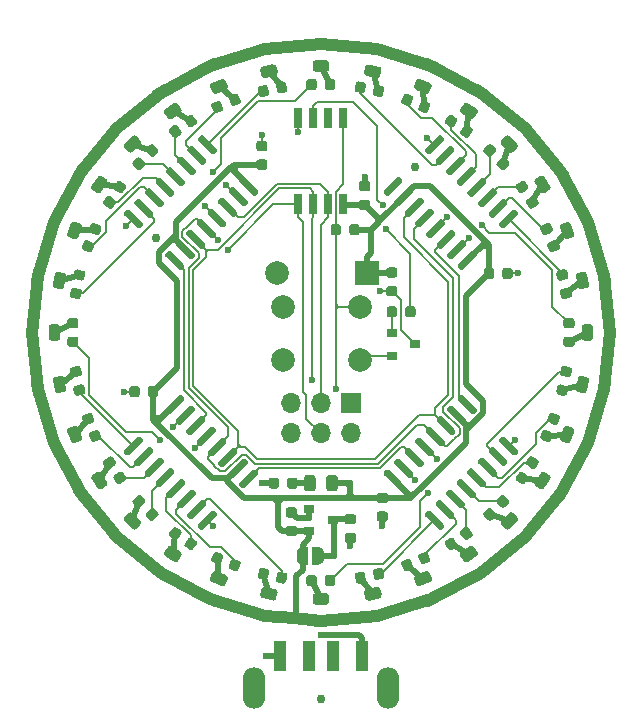
<source format=gbr>
G04 #@! TF.GenerationSoftware,KiCad,Pcbnew,(5.1.6)-1*
G04 #@! TF.CreationDate,2020-09-17T20:52:05+01:00*
G04 #@! TF.ProjectId,teatime,74656174-696d-4652-9e6b-696361645f70,rev?*
G04 #@! TF.SameCoordinates,Original*
G04 #@! TF.FileFunction,Copper,L1,Top*
G04 #@! TF.FilePolarity,Positive*
%FSLAX46Y46*%
G04 Gerber Fmt 4.6, Leading zero omitted, Abs format (unit mm)*
G04 Created by KiCad (PCBNEW (5.1.6)-1) date 2020-09-17 20:52:05*
%MOMM*%
%LPD*%
G01*
G04 APERTURE LIST*
G04 #@! TA.AperFunction,SMDPad,CuDef*
%ADD10R,0.900000X0.800000*%
G04 #@! TD*
G04 #@! TA.AperFunction,ComponentPad*
%ADD11C,2.000000*%
G04 #@! TD*
G04 #@! TA.AperFunction,ComponentPad*
%ADD12R,2.000000X2.000000*%
G04 #@! TD*
G04 #@! TA.AperFunction,ComponentPad*
%ADD13O,1.700000X1.700000*%
G04 #@! TD*
G04 #@! TA.AperFunction,ComponentPad*
%ADD14R,1.700000X1.700000*%
G04 #@! TD*
G04 #@! TA.AperFunction,SMDPad,CuDef*
%ADD15C,0.100000*%
G04 #@! TD*
G04 #@! TA.AperFunction,SMDPad,CuDef*
%ADD16C,0.750000*%
G04 #@! TD*
G04 #@! TA.AperFunction,SMDPad,CuDef*
%ADD17R,1.100000X2.500000*%
G04 #@! TD*
G04 #@! TA.AperFunction,ComponentPad*
%ADD18O,1.900000X3.500000*%
G04 #@! TD*
G04 #@! TA.AperFunction,SMDPad,CuDef*
%ADD19R,0.650000X1.700000*%
G04 #@! TD*
G04 #@! TA.AperFunction,ViaPad*
%ADD20C,0.600000*%
G04 #@! TD*
G04 #@! TA.AperFunction,Conductor*
%ADD21C,0.500000*%
G04 #@! TD*
G04 #@! TA.AperFunction,Conductor*
%ADD22C,0.200000*%
G04 #@! TD*
G04 #@! TA.AperFunction,Conductor*
%ADD23C,1.000000*%
G04 #@! TD*
G04 APERTURE END LIST*
G04 #@! TA.AperFunction,SMDPad,CuDef*
G36*
G01*
X107137500Y-98506250D02*
X107137500Y-97993750D01*
G75*
G02*
X107356250Y-97775000I218750J0D01*
G01*
X107793750Y-97775000D01*
G75*
G02*
X108012500Y-97993750I0J-218750D01*
G01*
X108012500Y-98506250D01*
G75*
G02*
X107793750Y-98725000I-218750J0D01*
G01*
X107356250Y-98725000D01*
G75*
G02*
X107137500Y-98506250I0J218750D01*
G01*
G37*
G04 #@! TD.AperFunction*
G04 #@! TA.AperFunction,SMDPad,CuDef*
G36*
G01*
X105562500Y-98506250D02*
X105562500Y-97993750D01*
G75*
G02*
X105781250Y-97775000I218750J0D01*
G01*
X106218750Y-97775000D01*
G75*
G02*
X106437500Y-97993750I0J-218750D01*
G01*
X106437500Y-98506250D01*
G75*
G02*
X106218750Y-98725000I-218750J0D01*
G01*
X105781250Y-98725000D01*
G75*
G02*
X105562500Y-98506250I0J218750D01*
G01*
G37*
G04 #@! TD.AperFunction*
G04 #@! TA.AperFunction,SMDPad,CuDef*
G36*
G01*
X105743750Y-96062500D02*
X106256250Y-96062500D01*
G75*
G02*
X106475000Y-96281250I0J-218750D01*
G01*
X106475000Y-96718750D01*
G75*
G02*
X106256250Y-96937500I-218750J0D01*
G01*
X105743750Y-96937500D01*
G75*
G02*
X105525000Y-96718750I0J218750D01*
G01*
X105525000Y-96281250D01*
G75*
G02*
X105743750Y-96062500I218750J0D01*
G01*
G37*
G04 #@! TD.AperFunction*
G04 #@! TA.AperFunction,SMDPad,CuDef*
G36*
G01*
X105743750Y-94487500D02*
X106256250Y-94487500D01*
G75*
G02*
X106475000Y-94706250I0J-218750D01*
G01*
X106475000Y-95143750D01*
G75*
G02*
X106256250Y-95362500I-218750J0D01*
G01*
X105743750Y-95362500D01*
G75*
G02*
X105525000Y-95143750I0J218750D01*
G01*
X105525000Y-94706250D01*
G75*
G02*
X105743750Y-94487500I218750J0D01*
G01*
G37*
G04 #@! TD.AperFunction*
D10*
X108000000Y-101000000D03*
X106000000Y-101950000D03*
X106000000Y-100050000D03*
D11*
X96300000Y-95000000D03*
D12*
X103900000Y-95000000D03*
D13*
X97460000Y-108540000D03*
X97460000Y-106000000D03*
X100000000Y-108540000D03*
X100000000Y-106000000D03*
X102540000Y-108540000D03*
D14*
X102540000Y-106000000D03*
G04 #@! TA.AperFunction,SMDPad,CuDef*
G36*
G01*
X102400000Y-91556250D02*
X102400000Y-91043750D01*
G75*
G02*
X102618750Y-90825000I218750J0D01*
G01*
X103056250Y-90825000D01*
G75*
G02*
X103275000Y-91043750I0J-218750D01*
G01*
X103275000Y-91556250D01*
G75*
G02*
X103056250Y-91775000I-218750J0D01*
G01*
X102618750Y-91775000D01*
G75*
G02*
X102400000Y-91556250I0J218750D01*
G01*
G37*
G04 #@! TD.AperFunction*
G04 #@! TA.AperFunction,SMDPad,CuDef*
G36*
G01*
X100825000Y-91556250D02*
X100825000Y-91043750D01*
G75*
G02*
X101043750Y-90825000I218750J0D01*
G01*
X101481250Y-90825000D01*
G75*
G02*
X101700000Y-91043750I0J-218750D01*
G01*
X101700000Y-91556250D01*
G75*
G02*
X101481250Y-91775000I-218750J0D01*
G01*
X101043750Y-91775000D01*
G75*
G02*
X100825000Y-91556250I0J218750D01*
G01*
G37*
G04 #@! TD.AperFunction*
G04 #@! TA.AperFunction,SMDPad,CuDef*
D15*
G36*
X98450000Y-119649398D02*
G01*
X98425466Y-119649398D01*
X98376635Y-119644588D01*
X98328510Y-119635016D01*
X98281555Y-119620772D01*
X98236222Y-119601995D01*
X98192949Y-119578864D01*
X98152150Y-119551604D01*
X98114221Y-119520476D01*
X98079524Y-119485779D01*
X98048396Y-119447850D01*
X98021136Y-119407051D01*
X97998005Y-119363778D01*
X97979228Y-119318445D01*
X97964984Y-119271490D01*
X97955412Y-119223365D01*
X97950602Y-119174534D01*
X97950602Y-119150000D01*
X97950000Y-119150000D01*
X97950000Y-118650000D01*
X97950602Y-118650000D01*
X97950602Y-118625466D01*
X97955412Y-118576635D01*
X97964984Y-118528510D01*
X97979228Y-118481555D01*
X97998005Y-118436222D01*
X98021136Y-118392949D01*
X98048396Y-118352150D01*
X98079524Y-118314221D01*
X98114221Y-118279524D01*
X98152150Y-118248396D01*
X98192949Y-118221136D01*
X98236222Y-118198005D01*
X98281555Y-118179228D01*
X98328510Y-118164984D01*
X98376635Y-118155412D01*
X98425466Y-118150602D01*
X98450000Y-118150602D01*
X98450000Y-118150000D01*
X98950000Y-118150000D01*
X98950000Y-119650000D01*
X98450000Y-119650000D01*
X98450000Y-119649398D01*
G37*
G04 #@! TD.AperFunction*
G04 #@! TA.AperFunction,SMDPad,CuDef*
G36*
X99250000Y-118150000D02*
G01*
X99750000Y-118150000D01*
X99750000Y-118150602D01*
X99774534Y-118150602D01*
X99823365Y-118155412D01*
X99871490Y-118164984D01*
X99918445Y-118179228D01*
X99963778Y-118198005D01*
X100007051Y-118221136D01*
X100047850Y-118248396D01*
X100085779Y-118279524D01*
X100120476Y-118314221D01*
X100151604Y-118352150D01*
X100178864Y-118392949D01*
X100201995Y-118436222D01*
X100220772Y-118481555D01*
X100235016Y-118528510D01*
X100244588Y-118576635D01*
X100249398Y-118625466D01*
X100249398Y-118650000D01*
X100250000Y-118650000D01*
X100250000Y-119150000D01*
X100249398Y-119150000D01*
X100249398Y-119174534D01*
X100244588Y-119223365D01*
X100235016Y-119271490D01*
X100220772Y-119318445D01*
X100201995Y-119363778D01*
X100178864Y-119407051D01*
X100151604Y-119447850D01*
X100120476Y-119485779D01*
X100085779Y-119520476D01*
X100047850Y-119551604D01*
X100007051Y-119578864D01*
X99963778Y-119601995D01*
X99918445Y-119620772D01*
X99871490Y-119635016D01*
X99823365Y-119644588D01*
X99774534Y-119649398D01*
X99750000Y-119649398D01*
X99750000Y-119650000D01*
X99250000Y-119650000D01*
X99250000Y-118150000D01*
G37*
G04 #@! TD.AperFunction*
D16*
X108000000Y-86000000D03*
X86000000Y-92000000D03*
X100000000Y-131000000D03*
D17*
X101000000Y-127350000D03*
X99000000Y-127350000D03*
X103500000Y-127350000D03*
X96500000Y-127350000D03*
D18*
X105700000Y-130100000D03*
X94300000Y-130100000D03*
G04 #@! TA.AperFunction,SMDPad,CuDef*
G36*
G01*
X112976363Y-93097684D02*
X113188495Y-93309816D01*
G75*
G02*
X113188495Y-93521948I-106066J-106066D01*
G01*
X112021769Y-94688674D01*
G75*
G02*
X111809637Y-94688674I-106066J106066D01*
G01*
X111597505Y-94476542D01*
G75*
G02*
X111597505Y-94264410I106066J106066D01*
G01*
X112764231Y-93097684D01*
G75*
G02*
X112976363Y-93097684I106066J-106066D01*
G01*
G37*
G04 #@! TD.AperFunction*
G04 #@! TA.AperFunction,SMDPad,CuDef*
G36*
G01*
X112078338Y-92199658D02*
X112290470Y-92411790D01*
G75*
G02*
X112290470Y-92623922I-106066J-106066D01*
G01*
X111123744Y-93790648D01*
G75*
G02*
X110911612Y-93790648I-106066J106066D01*
G01*
X110699480Y-93578516D01*
G75*
G02*
X110699480Y-93366384I106066J106066D01*
G01*
X111866206Y-92199658D01*
G75*
G02*
X112078338Y-92199658I106066J-106066D01*
G01*
G37*
G04 #@! TD.AperFunction*
G04 #@! TA.AperFunction,SMDPad,CuDef*
G36*
G01*
X111180312Y-91301633D02*
X111392444Y-91513765D01*
G75*
G02*
X111392444Y-91725897I-106066J-106066D01*
G01*
X110225718Y-92892623D01*
G75*
G02*
X110013586Y-92892623I-106066J106066D01*
G01*
X109801454Y-92680491D01*
G75*
G02*
X109801454Y-92468359I106066J106066D01*
G01*
X110968180Y-91301633D01*
G75*
G02*
X111180312Y-91301633I106066J-106066D01*
G01*
G37*
G04 #@! TD.AperFunction*
G04 #@! TA.AperFunction,SMDPad,CuDef*
G36*
G01*
X110282287Y-90403607D02*
X110494419Y-90615739D01*
G75*
G02*
X110494419Y-90827871I-106066J-106066D01*
G01*
X109327693Y-91994597D01*
G75*
G02*
X109115561Y-91994597I-106066J106066D01*
G01*
X108903429Y-91782465D01*
G75*
G02*
X108903429Y-91570333I106066J106066D01*
G01*
X110070155Y-90403607D01*
G75*
G02*
X110282287Y-90403607I106066J-106066D01*
G01*
G37*
G04 #@! TD.AperFunction*
G04 #@! TA.AperFunction,SMDPad,CuDef*
G36*
G01*
X109384261Y-89505581D02*
X109596393Y-89717713D01*
G75*
G02*
X109596393Y-89929845I-106066J-106066D01*
G01*
X108429667Y-91096571D01*
G75*
G02*
X108217535Y-91096571I-106066J106066D01*
G01*
X108005403Y-90884439D01*
G75*
G02*
X108005403Y-90672307I106066J106066D01*
G01*
X109172129Y-89505581D01*
G75*
G02*
X109384261Y-89505581I106066J-106066D01*
G01*
G37*
G04 #@! TD.AperFunction*
G04 #@! TA.AperFunction,SMDPad,CuDef*
G36*
G01*
X108486235Y-88607556D02*
X108698367Y-88819688D01*
G75*
G02*
X108698367Y-89031820I-106066J-106066D01*
G01*
X107531641Y-90198546D01*
G75*
G02*
X107319509Y-90198546I-106066J106066D01*
G01*
X107107377Y-89986414D01*
G75*
G02*
X107107377Y-89774282I106066J106066D01*
G01*
X108274103Y-88607556D01*
G75*
G02*
X108486235Y-88607556I106066J-106066D01*
G01*
G37*
G04 #@! TD.AperFunction*
G04 #@! TA.AperFunction,SMDPad,CuDef*
G36*
G01*
X107588210Y-87709530D02*
X107800342Y-87921662D01*
G75*
G02*
X107800342Y-88133794I-106066J-106066D01*
G01*
X106633616Y-89300520D01*
G75*
G02*
X106421484Y-89300520I-106066J106066D01*
G01*
X106209352Y-89088388D01*
G75*
G02*
X106209352Y-88876256I106066J106066D01*
G01*
X107376078Y-87709530D01*
G75*
G02*
X107588210Y-87709530I106066J-106066D01*
G01*
G37*
G04 #@! TD.AperFunction*
G04 #@! TA.AperFunction,SMDPad,CuDef*
G36*
G01*
X106690184Y-86811505D02*
X106902316Y-87023637D01*
G75*
G02*
X106902316Y-87235769I-106066J-106066D01*
G01*
X105735590Y-88402495D01*
G75*
G02*
X105523458Y-88402495I-106066J106066D01*
G01*
X105311326Y-88190363D01*
G75*
G02*
X105311326Y-87978231I106066J106066D01*
G01*
X106478052Y-86811505D01*
G75*
G02*
X106690184Y-86811505I106066J-106066D01*
G01*
G37*
G04 #@! TD.AperFunction*
G04 #@! TA.AperFunction,SMDPad,CuDef*
G36*
G01*
X110190363Y-83311326D02*
X110402495Y-83523458D01*
G75*
G02*
X110402495Y-83735590I-106066J-106066D01*
G01*
X109235769Y-84902316D01*
G75*
G02*
X109023637Y-84902316I-106066J106066D01*
G01*
X108811505Y-84690184D01*
G75*
G02*
X108811505Y-84478052I106066J106066D01*
G01*
X109978231Y-83311326D01*
G75*
G02*
X110190363Y-83311326I106066J-106066D01*
G01*
G37*
G04 #@! TD.AperFunction*
G04 #@! TA.AperFunction,SMDPad,CuDef*
G36*
G01*
X111088388Y-84209352D02*
X111300520Y-84421484D01*
G75*
G02*
X111300520Y-84633616I-106066J-106066D01*
G01*
X110133794Y-85800342D01*
G75*
G02*
X109921662Y-85800342I-106066J106066D01*
G01*
X109709530Y-85588210D01*
G75*
G02*
X109709530Y-85376078I106066J106066D01*
G01*
X110876256Y-84209352D01*
G75*
G02*
X111088388Y-84209352I106066J-106066D01*
G01*
G37*
G04 #@! TD.AperFunction*
G04 #@! TA.AperFunction,SMDPad,CuDef*
G36*
G01*
X111986414Y-85107377D02*
X112198546Y-85319509D01*
G75*
G02*
X112198546Y-85531641I-106066J-106066D01*
G01*
X111031820Y-86698367D01*
G75*
G02*
X110819688Y-86698367I-106066J106066D01*
G01*
X110607556Y-86486235D01*
G75*
G02*
X110607556Y-86274103I106066J106066D01*
G01*
X111774282Y-85107377D01*
G75*
G02*
X111986414Y-85107377I106066J-106066D01*
G01*
G37*
G04 #@! TD.AperFunction*
G04 #@! TA.AperFunction,SMDPad,CuDef*
G36*
G01*
X112884439Y-86005403D02*
X113096571Y-86217535D01*
G75*
G02*
X113096571Y-86429667I-106066J-106066D01*
G01*
X111929845Y-87596393D01*
G75*
G02*
X111717713Y-87596393I-106066J106066D01*
G01*
X111505581Y-87384261D01*
G75*
G02*
X111505581Y-87172129I106066J106066D01*
G01*
X112672307Y-86005403D01*
G75*
G02*
X112884439Y-86005403I106066J-106066D01*
G01*
G37*
G04 #@! TD.AperFunction*
G04 #@! TA.AperFunction,SMDPad,CuDef*
G36*
G01*
X113782465Y-86903429D02*
X113994597Y-87115561D01*
G75*
G02*
X113994597Y-87327693I-106066J-106066D01*
G01*
X112827871Y-88494419D01*
G75*
G02*
X112615739Y-88494419I-106066J106066D01*
G01*
X112403607Y-88282287D01*
G75*
G02*
X112403607Y-88070155I106066J106066D01*
G01*
X113570333Y-86903429D01*
G75*
G02*
X113782465Y-86903429I106066J-106066D01*
G01*
G37*
G04 #@! TD.AperFunction*
G04 #@! TA.AperFunction,SMDPad,CuDef*
G36*
G01*
X114680491Y-87801454D02*
X114892623Y-88013586D01*
G75*
G02*
X114892623Y-88225718I-106066J-106066D01*
G01*
X113725897Y-89392444D01*
G75*
G02*
X113513765Y-89392444I-106066J106066D01*
G01*
X113301633Y-89180312D01*
G75*
G02*
X113301633Y-88968180I106066J106066D01*
G01*
X114468359Y-87801454D01*
G75*
G02*
X114680491Y-87801454I106066J-106066D01*
G01*
G37*
G04 #@! TD.AperFunction*
G04 #@! TA.AperFunction,SMDPad,CuDef*
G36*
G01*
X115578516Y-88699480D02*
X115790648Y-88911612D01*
G75*
G02*
X115790648Y-89123744I-106066J-106066D01*
G01*
X114623922Y-90290470D01*
G75*
G02*
X114411790Y-90290470I-106066J106066D01*
G01*
X114199658Y-90078338D01*
G75*
G02*
X114199658Y-89866206I106066J106066D01*
G01*
X115366384Y-88699480D01*
G75*
G02*
X115578516Y-88699480I106066J-106066D01*
G01*
G37*
G04 #@! TD.AperFunction*
G04 #@! TA.AperFunction,SMDPad,CuDef*
G36*
G01*
X116476542Y-89597505D02*
X116688674Y-89809637D01*
G75*
G02*
X116688674Y-90021769I-106066J-106066D01*
G01*
X115521948Y-91188495D01*
G75*
G02*
X115309816Y-91188495I-106066J106066D01*
G01*
X115097684Y-90976363D01*
G75*
G02*
X115097684Y-90764231I106066J106066D01*
G01*
X116264410Y-89597505D01*
G75*
G02*
X116476542Y-89597505I106066J-106066D01*
G01*
G37*
G04 #@! TD.AperFunction*
G04 #@! TA.AperFunction,SMDPad,CuDef*
G36*
G01*
X96450000Y-112493750D02*
X96450000Y-113006250D01*
G75*
G02*
X96231250Y-113225000I-218750J0D01*
G01*
X95793750Y-113225000D01*
G75*
G02*
X95575000Y-113006250I0J218750D01*
G01*
X95575000Y-112493750D01*
G75*
G02*
X95793750Y-112275000I218750J0D01*
G01*
X96231250Y-112275000D01*
G75*
G02*
X96450000Y-112493750I0J-218750D01*
G01*
G37*
G04 #@! TD.AperFunction*
G04 #@! TA.AperFunction,SMDPad,CuDef*
G36*
G01*
X98025000Y-112493750D02*
X98025000Y-113006250D01*
G75*
G02*
X97806250Y-113225000I-218750J0D01*
G01*
X97368750Y-113225000D01*
G75*
G02*
X97150000Y-113006250I0J218750D01*
G01*
X97150000Y-112493750D01*
G75*
G02*
X97368750Y-112275000I218750J0D01*
G01*
X97806250Y-112275000D01*
G75*
G02*
X98025000Y-112493750I0J-218750D01*
G01*
G37*
G04 #@! TD.AperFunction*
G04 #@! TA.AperFunction,SMDPad,CuDef*
G36*
G01*
X100450000Y-113206250D02*
X100450000Y-112293750D01*
G75*
G02*
X100693750Y-112050000I243750J0D01*
G01*
X101181250Y-112050000D01*
G75*
G02*
X101425000Y-112293750I0J-243750D01*
G01*
X101425000Y-113206250D01*
G75*
G02*
X101181250Y-113450000I-243750J0D01*
G01*
X100693750Y-113450000D01*
G75*
G02*
X100450000Y-113206250I0J243750D01*
G01*
G37*
G04 #@! TD.AperFunction*
G04 #@! TA.AperFunction,SMDPad,CuDef*
G36*
G01*
X98575000Y-113206250D02*
X98575000Y-112293750D01*
G75*
G02*
X98818750Y-112050000I243750J0D01*
G01*
X99306250Y-112050000D01*
G75*
G02*
X99550000Y-112293750I0J-243750D01*
G01*
X99550000Y-113206250D01*
G75*
G02*
X99306250Y-113450000I-243750J0D01*
G01*
X98818750Y-113450000D01*
G75*
G02*
X98575000Y-113206250I0J243750D01*
G01*
G37*
G04 #@! TD.AperFunction*
G04 #@! TA.AperFunction,SMDPad,CuDef*
G36*
G01*
X105119896Y-76599202D02*
X104224929Y-76421181D01*
G75*
G02*
X104033416Y-76134562I47553J239066D01*
G01*
X104128523Y-75656430D01*
G75*
G02*
X104415142Y-75464917I239066J-47553D01*
G01*
X105310109Y-75642937D01*
G75*
G02*
X105501622Y-75929556I-47553J-239066D01*
G01*
X105406515Y-76407688D01*
G75*
G02*
X105119896Y-76599201I-239066J47553D01*
G01*
G37*
G04 #@! TD.AperFunction*
G04 #@! TA.AperFunction,SMDPad,CuDef*
G36*
G01*
X104754102Y-78438174D02*
X103859135Y-78260153D01*
G75*
G02*
X103667622Y-77973534I47553J239066D01*
G01*
X103762729Y-77495402D01*
G75*
G02*
X104049348Y-77303889I239066J-47553D01*
G01*
X104944315Y-77481909D01*
G75*
G02*
X105135828Y-77768528I-47553J-239066D01*
G01*
X105040721Y-78246660D01*
G75*
G02*
X104754102Y-78438173I-239066J47553D01*
G01*
G37*
G04 #@! TD.AperFunction*
G04 #@! TA.AperFunction,SMDPad,CuDef*
G36*
G01*
X109586788Y-78047684D02*
X108743748Y-77698485D01*
G75*
G02*
X108611831Y-77380010I93279J225196D01*
G01*
X108798389Y-76929619D01*
G75*
G02*
X109116864Y-76797702I225196J-93279D01*
G01*
X109959904Y-77146901D01*
G75*
G02*
X110091821Y-77465376I-93279J-225196D01*
G01*
X109905263Y-77915767D01*
G75*
G02*
X109586788Y-78047684I-225196J93279D01*
G01*
G37*
G04 #@! TD.AperFunction*
G04 #@! TA.AperFunction,SMDPad,CuDef*
G36*
G01*
X108869256Y-79779958D02*
X108026216Y-79430759D01*
G75*
G02*
X107894299Y-79112284I93279J225196D01*
G01*
X108080857Y-78661893D01*
G75*
G02*
X108399332Y-78529976I225196J-93279D01*
G01*
X109242372Y-78879175D01*
G75*
G02*
X109374289Y-79197650I-93279J-225196D01*
G01*
X109187731Y-79648041D01*
G75*
G02*
X108869256Y-79779958I-225196J93279D01*
G01*
G37*
G04 #@! TD.AperFunction*
G04 #@! TA.AperFunction,SMDPad,CuDef*
G36*
G01*
X113685265Y-80339781D02*
X112926549Y-79832824D01*
G75*
G02*
X112859298Y-79494733I135420J202671D01*
G01*
X113130138Y-79089391D01*
G75*
G02*
X113468229Y-79022140I202671J-135420D01*
G01*
X114226945Y-79529098D01*
G75*
G02*
X114294196Y-79867189I-135420J-202671D01*
G01*
X114023356Y-80272531D01*
G75*
G02*
X113685265Y-80339782I-202671J135420D01*
G01*
G37*
G04 #@! TD.AperFunction*
G04 #@! TA.AperFunction,SMDPad,CuDef*
G36*
G01*
X112643571Y-81898787D02*
X111884855Y-81391830D01*
G75*
G02*
X111817604Y-81053739I135420J202671D01*
G01*
X112088444Y-80648397D01*
G75*
G02*
X112426535Y-80581146I202671J-135420D01*
G01*
X113185251Y-81088104D01*
G75*
G02*
X113252502Y-81426195I-135420J-202671D01*
G01*
X112981662Y-81831537D01*
G75*
G02*
X112643571Y-81898788I-202671J135420D01*
G01*
G37*
G04 #@! TD.AperFunction*
G04 #@! TA.AperFunction,SMDPad,CuDef*
G36*
G01*
X117257825Y-83387409D02*
X116612590Y-82742174D01*
G75*
G02*
X116612590Y-82397460I172357J172357D01*
G01*
X116957305Y-82052745D01*
G75*
G02*
X117302019Y-82052745I172357J-172357D01*
G01*
X117947254Y-82697980D01*
G75*
G02*
X117947254Y-83042694I-172357J-172357D01*
G01*
X117602539Y-83387409D01*
G75*
G02*
X117257825Y-83387409I-172357J172357D01*
G01*
G37*
G04 #@! TD.AperFunction*
G04 #@! TA.AperFunction,SMDPad,CuDef*
G36*
G01*
X115931999Y-84713235D02*
X115286764Y-84068000D01*
G75*
G02*
X115286764Y-83723286I172357J172357D01*
G01*
X115631479Y-83378571D01*
G75*
G02*
X115976193Y-83378571I172357J-172357D01*
G01*
X116621428Y-84023806D01*
G75*
G02*
X116621428Y-84368520I-172357J-172357D01*
G01*
X116276713Y-84713235D01*
G75*
G02*
X115931999Y-84713235I-172357J172357D01*
G01*
G37*
G04 #@! TD.AperFunction*
G04 #@! TA.AperFunction,SMDPad,CuDef*
G36*
G01*
X120167175Y-87073450D02*
X119660217Y-86314734D01*
G75*
G02*
X119727468Y-85976643I202671J135420D01*
G01*
X120132810Y-85705803D01*
G75*
G02*
X120470901Y-85773054I135420J-202671D01*
G01*
X120977859Y-86531770D01*
G75*
G02*
X120910608Y-86869861I-202671J-135420D01*
G01*
X120505266Y-87140701D01*
G75*
G02*
X120167175Y-87073450I-135420J202671D01*
G01*
G37*
G04 #@! TD.AperFunction*
G04 #@! TA.AperFunction,SMDPad,CuDef*
G36*
G01*
X118608169Y-88115144D02*
X118101211Y-87356428D01*
G75*
G02*
X118168462Y-87018337I202671J135420D01*
G01*
X118573804Y-86747497D01*
G75*
G02*
X118911895Y-86814748I135420J-202671D01*
G01*
X119418853Y-87573464D01*
G75*
G02*
X119351602Y-87911555I-202671J-135420D01*
G01*
X118946260Y-88182395D01*
G75*
G02*
X118608169Y-88115144I-135420J202671D01*
G01*
G37*
G04 #@! TD.AperFunction*
G04 #@! TA.AperFunction,SMDPad,CuDef*
G36*
G01*
X122301514Y-91256251D02*
X121952315Y-90413211D01*
G75*
G02*
X122084232Y-90094736I225196J93279D01*
G01*
X122534623Y-89908178D01*
G75*
G02*
X122853098Y-90040095I93279J-225196D01*
G01*
X123202297Y-90883135D01*
G75*
G02*
X123070380Y-91201610I-225196J-93279D01*
G01*
X122619989Y-91388168D01*
G75*
G02*
X122301514Y-91256251I-93279J225196D01*
G01*
G37*
G04 #@! TD.AperFunction*
G04 #@! TA.AperFunction,SMDPad,CuDef*
G36*
G01*
X120569240Y-91973783D02*
X120220041Y-91130743D01*
G75*
G02*
X120351958Y-90812268I225196J93279D01*
G01*
X120802349Y-90625710D01*
G75*
G02*
X121120824Y-90757627I93279J-225196D01*
G01*
X121470023Y-91600667D01*
G75*
G02*
X121338106Y-91919142I-225196J-93279D01*
G01*
X120887715Y-92105700D01*
G75*
G02*
X120569240Y-91973783I-93279J225196D01*
G01*
G37*
G04 #@! TD.AperFunction*
G04 #@! TA.AperFunction,SMDPad,CuDef*
G36*
G01*
X123578817Y-95775070D02*
X123400798Y-94880103D01*
G75*
G02*
X123592311Y-94593484I239066J47553D01*
G01*
X124070443Y-94498377D01*
G75*
G02*
X124357062Y-94689890I47553J-239066D01*
G01*
X124535082Y-95584857D01*
G75*
G02*
X124343569Y-95871476I-239066J-47553D01*
G01*
X123865437Y-95966583D01*
G75*
G02*
X123578818Y-95775070I-47553J239066D01*
G01*
G37*
G04 #@! TD.AperFunction*
G04 #@! TA.AperFunction,SMDPad,CuDef*
G36*
G01*
X121739845Y-96140864D02*
X121561826Y-95245897D01*
G75*
G02*
X121753339Y-94959278I239066J47553D01*
G01*
X122231471Y-94864171D01*
G75*
G02*
X122518090Y-95055684I47553J-239066D01*
G01*
X122696110Y-95950651D01*
G75*
G02*
X122504597Y-96237270I-239066J-47553D01*
G01*
X122026465Y-96332377D01*
G75*
G02*
X121739846Y-96140864I-47553J239066D01*
G01*
G37*
G04 #@! TD.AperFunction*
G04 #@! TA.AperFunction,SMDPad,CuDef*
G36*
G01*
X123950000Y-100456250D02*
X123950000Y-99543750D01*
G75*
G02*
X124193750Y-99300000I243750J0D01*
G01*
X124681250Y-99300000D01*
G75*
G02*
X124925000Y-99543750I0J-243750D01*
G01*
X124925000Y-100456250D01*
G75*
G02*
X124681250Y-100700000I-243750J0D01*
G01*
X124193750Y-100700000D01*
G75*
G02*
X123950000Y-100456250I0J243750D01*
G01*
G37*
G04 #@! TD.AperFunction*
G04 #@! TA.AperFunction,SMDPad,CuDef*
G36*
G01*
X122075000Y-100456250D02*
X122075000Y-99543750D01*
G75*
G02*
X122318750Y-99300000I243750J0D01*
G01*
X122806250Y-99300000D01*
G75*
G02*
X123050000Y-99543750I0J-243750D01*
G01*
X123050000Y-100456250D01*
G75*
G02*
X122806250Y-100700000I-243750J0D01*
G01*
X122318750Y-100700000D01*
G75*
G02*
X122075000Y-100456250I0J243750D01*
G01*
G37*
G04 #@! TD.AperFunction*
G04 #@! TA.AperFunction,SMDPad,CuDef*
G36*
G01*
X123400797Y-105119896D02*
X123578818Y-104224929D01*
G75*
G02*
X123865437Y-104033416I239066J-47553D01*
G01*
X124343569Y-104128523D01*
G75*
G02*
X124535082Y-104415142I-47553J-239066D01*
G01*
X124357062Y-105310109D01*
G75*
G02*
X124070443Y-105501622I-239066J47553D01*
G01*
X123592311Y-105406515D01*
G75*
G02*
X123400798Y-105119896I47553J239066D01*
G01*
G37*
G04 #@! TD.AperFunction*
G04 #@! TA.AperFunction,SMDPad,CuDef*
G36*
G01*
X121561825Y-104754102D02*
X121739846Y-103859135D01*
G75*
G02*
X122026465Y-103667622I239066J-47553D01*
G01*
X122504597Y-103762729D01*
G75*
G02*
X122696110Y-104049348I-47553J-239066D01*
G01*
X122518090Y-104944315D01*
G75*
G02*
X122231471Y-105135828I-239066J47553D01*
G01*
X121753339Y-105040721D01*
G75*
G02*
X121561826Y-104754102I47553J239066D01*
G01*
G37*
G04 #@! TD.AperFunction*
G04 #@! TA.AperFunction,SMDPad,CuDef*
G36*
G01*
X121952315Y-109586788D02*
X122301514Y-108743748D01*
G75*
G02*
X122619989Y-108611831I225196J-93279D01*
G01*
X123070380Y-108798389D01*
G75*
G02*
X123202297Y-109116864I-93279J-225196D01*
G01*
X122853098Y-109959904D01*
G75*
G02*
X122534623Y-110091821I-225196J93279D01*
G01*
X122084232Y-109905263D01*
G75*
G02*
X121952315Y-109586788I93279J225196D01*
G01*
G37*
G04 #@! TD.AperFunction*
G04 #@! TA.AperFunction,SMDPad,CuDef*
G36*
G01*
X120220041Y-108869256D02*
X120569240Y-108026216D01*
G75*
G02*
X120887715Y-107894299I225196J-93279D01*
G01*
X121338106Y-108080857D01*
G75*
G02*
X121470023Y-108399332I-93279J-225196D01*
G01*
X121120824Y-109242372D01*
G75*
G02*
X120802349Y-109374289I-225196J93279D01*
G01*
X120351958Y-109187731D01*
G75*
G02*
X120220041Y-108869256I93279J225196D01*
G01*
G37*
G04 #@! TD.AperFunction*
G04 #@! TA.AperFunction,SMDPad,CuDef*
G36*
G01*
X119660218Y-113685265D02*
X120167175Y-112926549D01*
G75*
G02*
X120505266Y-112859298I202671J-135420D01*
G01*
X120910608Y-113130138D01*
G75*
G02*
X120977859Y-113468229I-135420J-202671D01*
G01*
X120470901Y-114226945D01*
G75*
G02*
X120132810Y-114294196I-202671J135420D01*
G01*
X119727468Y-114023356D01*
G75*
G02*
X119660217Y-113685265I135420J202671D01*
G01*
G37*
G04 #@! TD.AperFunction*
G04 #@! TA.AperFunction,SMDPad,CuDef*
G36*
G01*
X118101212Y-112643571D02*
X118608169Y-111884855D01*
G75*
G02*
X118946260Y-111817604I202671J-135420D01*
G01*
X119351602Y-112088444D01*
G75*
G02*
X119418853Y-112426535I-135420J-202671D01*
G01*
X118911895Y-113185251D01*
G75*
G02*
X118573804Y-113252502I-202671J135420D01*
G01*
X118168462Y-112981662D01*
G75*
G02*
X118101211Y-112643571I135420J202671D01*
G01*
G37*
G04 #@! TD.AperFunction*
G04 #@! TA.AperFunction,SMDPad,CuDef*
G36*
G01*
X116612590Y-117257825D02*
X117257825Y-116612590D01*
G75*
G02*
X117602539Y-116612590I172357J-172357D01*
G01*
X117947254Y-116957305D01*
G75*
G02*
X117947254Y-117302019I-172357J-172357D01*
G01*
X117302019Y-117947254D01*
G75*
G02*
X116957305Y-117947254I-172357J172357D01*
G01*
X116612590Y-117602539D01*
G75*
G02*
X116612590Y-117257825I172357J172357D01*
G01*
G37*
G04 #@! TD.AperFunction*
G04 #@! TA.AperFunction,SMDPad,CuDef*
G36*
G01*
X115286764Y-115931999D02*
X115931999Y-115286764D01*
G75*
G02*
X116276713Y-115286764I172357J-172357D01*
G01*
X116621428Y-115631479D01*
G75*
G02*
X116621428Y-115976193I-172357J-172357D01*
G01*
X115976193Y-116621428D01*
G75*
G02*
X115631479Y-116621428I-172357J172357D01*
G01*
X115286764Y-116276713D01*
G75*
G02*
X115286764Y-115931999I172357J172357D01*
G01*
G37*
G04 #@! TD.AperFunction*
G04 #@! TA.AperFunction,SMDPad,CuDef*
G36*
G01*
X112926549Y-120167175D02*
X113685265Y-119660217D01*
G75*
G02*
X114023356Y-119727468I135420J-202671D01*
G01*
X114294196Y-120132810D01*
G75*
G02*
X114226945Y-120470901I-202671J-135420D01*
G01*
X113468229Y-120977859D01*
G75*
G02*
X113130138Y-120910608I-135420J202671D01*
G01*
X112859298Y-120505266D01*
G75*
G02*
X112926549Y-120167175I202671J135420D01*
G01*
G37*
G04 #@! TD.AperFunction*
G04 #@! TA.AperFunction,SMDPad,CuDef*
G36*
G01*
X111884855Y-118608169D02*
X112643571Y-118101211D01*
G75*
G02*
X112981662Y-118168462I135420J-202671D01*
G01*
X113252502Y-118573804D01*
G75*
G02*
X113185251Y-118911895I-202671J-135420D01*
G01*
X112426535Y-119418853D01*
G75*
G02*
X112088444Y-119351602I-135420J202671D01*
G01*
X111817604Y-118946260D01*
G75*
G02*
X111884855Y-118608169I202671J135420D01*
G01*
G37*
G04 #@! TD.AperFunction*
G04 #@! TA.AperFunction,SMDPad,CuDef*
G36*
G01*
X108743748Y-122301514D02*
X109586788Y-121952315D01*
G75*
G02*
X109905263Y-122084232I93279J-225196D01*
G01*
X110091821Y-122534623D01*
G75*
G02*
X109959904Y-122853098I-225196J-93279D01*
G01*
X109116864Y-123202297D01*
G75*
G02*
X108798389Y-123070380I-93279J225196D01*
G01*
X108611831Y-122619989D01*
G75*
G02*
X108743748Y-122301514I225196J93279D01*
G01*
G37*
G04 #@! TD.AperFunction*
G04 #@! TA.AperFunction,SMDPad,CuDef*
G36*
G01*
X108026216Y-120569240D02*
X108869256Y-120220041D01*
G75*
G02*
X109187731Y-120351958I93279J-225196D01*
G01*
X109374289Y-120802349D01*
G75*
G02*
X109242372Y-121120824I-225196J-93279D01*
G01*
X108399332Y-121470023D01*
G75*
G02*
X108080857Y-121338106I-93279J225196D01*
G01*
X107894299Y-120887715D01*
G75*
G02*
X108026216Y-120569240I225196J93279D01*
G01*
G37*
G04 #@! TD.AperFunction*
G04 #@! TA.AperFunction,SMDPad,CuDef*
G36*
G01*
X104224929Y-123578817D02*
X105119896Y-123400798D01*
G75*
G02*
X105406515Y-123592311I47553J-239066D01*
G01*
X105501622Y-124070443D01*
G75*
G02*
X105310109Y-124357062I-239066J-47553D01*
G01*
X104415142Y-124535082D01*
G75*
G02*
X104128523Y-124343569I-47553J239066D01*
G01*
X104033416Y-123865437D01*
G75*
G02*
X104224929Y-123578818I239066J47553D01*
G01*
G37*
G04 #@! TD.AperFunction*
G04 #@! TA.AperFunction,SMDPad,CuDef*
G36*
G01*
X103859135Y-121739845D02*
X104754102Y-121561826D01*
G75*
G02*
X105040721Y-121753339I47553J-239066D01*
G01*
X105135828Y-122231471D01*
G75*
G02*
X104944315Y-122518090I-239066J-47553D01*
G01*
X104049348Y-122696110D01*
G75*
G02*
X103762729Y-122504597I-47553J239066D01*
G01*
X103667622Y-122026465D01*
G75*
G02*
X103859135Y-121739846I239066J47553D01*
G01*
G37*
G04 #@! TD.AperFunction*
G04 #@! TA.AperFunction,SMDPad,CuDef*
G36*
G01*
X99543750Y-123950000D02*
X100456250Y-123950000D01*
G75*
G02*
X100700000Y-124193750I0J-243750D01*
G01*
X100700000Y-124681250D01*
G75*
G02*
X100456250Y-124925000I-243750J0D01*
G01*
X99543750Y-124925000D01*
G75*
G02*
X99300000Y-124681250I0J243750D01*
G01*
X99300000Y-124193750D01*
G75*
G02*
X99543750Y-123950000I243750J0D01*
G01*
G37*
G04 #@! TD.AperFunction*
G04 #@! TA.AperFunction,SMDPad,CuDef*
G36*
G01*
X99543750Y-122075000D02*
X100456250Y-122075000D01*
G75*
G02*
X100700000Y-122318750I0J-243750D01*
G01*
X100700000Y-122806250D01*
G75*
G02*
X100456250Y-123050000I-243750J0D01*
G01*
X99543750Y-123050000D01*
G75*
G02*
X99300000Y-122806250I0J243750D01*
G01*
X99300000Y-122318750D01*
G75*
G02*
X99543750Y-122075000I243750J0D01*
G01*
G37*
G04 #@! TD.AperFunction*
G04 #@! TA.AperFunction,SMDPad,CuDef*
G36*
G01*
X94880103Y-123400797D02*
X95775070Y-123578818D01*
G75*
G02*
X95966583Y-123865437I-47553J-239066D01*
G01*
X95871476Y-124343569D01*
G75*
G02*
X95584857Y-124535082I-239066J47553D01*
G01*
X94689890Y-124357062D01*
G75*
G02*
X94498377Y-124070443I47553J239066D01*
G01*
X94593484Y-123592311D01*
G75*
G02*
X94880103Y-123400798I239066J-47553D01*
G01*
G37*
G04 #@! TD.AperFunction*
G04 #@! TA.AperFunction,SMDPad,CuDef*
G36*
G01*
X95245897Y-121561825D02*
X96140864Y-121739846D01*
G75*
G02*
X96332377Y-122026465I-47553J-239066D01*
G01*
X96237270Y-122504597D01*
G75*
G02*
X95950651Y-122696110I-239066J47553D01*
G01*
X95055684Y-122518090D01*
G75*
G02*
X94864171Y-122231471I47553J239066D01*
G01*
X94959278Y-121753339D01*
G75*
G02*
X95245897Y-121561826I239066J-47553D01*
G01*
G37*
G04 #@! TD.AperFunction*
G04 #@! TA.AperFunction,SMDPad,CuDef*
G36*
G01*
X90413211Y-121952315D02*
X91256251Y-122301514D01*
G75*
G02*
X91388168Y-122619989I-93279J-225196D01*
G01*
X91201610Y-123070380D01*
G75*
G02*
X90883135Y-123202297I-225196J93279D01*
G01*
X90040095Y-122853098D01*
G75*
G02*
X89908178Y-122534623I93279J225196D01*
G01*
X90094736Y-122084232D01*
G75*
G02*
X90413211Y-121952315I225196J-93279D01*
G01*
G37*
G04 #@! TD.AperFunction*
G04 #@! TA.AperFunction,SMDPad,CuDef*
G36*
G01*
X91130743Y-120220041D02*
X91973783Y-120569240D01*
G75*
G02*
X92105700Y-120887715I-93279J-225196D01*
G01*
X91919142Y-121338106D01*
G75*
G02*
X91600667Y-121470023I-225196J93279D01*
G01*
X90757627Y-121120824D01*
G75*
G02*
X90625710Y-120802349I93279J225196D01*
G01*
X90812268Y-120351958D01*
G75*
G02*
X91130743Y-120220041I225196J-93279D01*
G01*
G37*
G04 #@! TD.AperFunction*
G04 #@! TA.AperFunction,SMDPad,CuDef*
G36*
G01*
X86314734Y-119660218D02*
X87073450Y-120167175D01*
G75*
G02*
X87140701Y-120505266I-135420J-202671D01*
G01*
X86869861Y-120910608D01*
G75*
G02*
X86531770Y-120977859I-202671J135420D01*
G01*
X85773054Y-120470901D01*
G75*
G02*
X85705803Y-120132810I135420J202671D01*
G01*
X85976643Y-119727468D01*
G75*
G02*
X86314734Y-119660217I202671J-135420D01*
G01*
G37*
G04 #@! TD.AperFunction*
G04 #@! TA.AperFunction,SMDPad,CuDef*
G36*
G01*
X87356428Y-118101212D02*
X88115144Y-118608169D01*
G75*
G02*
X88182395Y-118946260I-135420J-202671D01*
G01*
X87911555Y-119351602D01*
G75*
G02*
X87573464Y-119418853I-202671J135420D01*
G01*
X86814748Y-118911895D01*
G75*
G02*
X86747497Y-118573804I135420J202671D01*
G01*
X87018337Y-118168462D01*
G75*
G02*
X87356428Y-118101211I202671J-135420D01*
G01*
G37*
G04 #@! TD.AperFunction*
G04 #@! TA.AperFunction,SMDPad,CuDef*
G36*
G01*
X82742174Y-116612590D02*
X83387409Y-117257825D01*
G75*
G02*
X83387409Y-117602539I-172357J-172357D01*
G01*
X83042694Y-117947254D01*
G75*
G02*
X82697980Y-117947254I-172357J172357D01*
G01*
X82052745Y-117302019D01*
G75*
G02*
X82052745Y-116957305I172357J172357D01*
G01*
X82397460Y-116612590D01*
G75*
G02*
X82742174Y-116612590I172357J-172357D01*
G01*
G37*
G04 #@! TD.AperFunction*
G04 #@! TA.AperFunction,SMDPad,CuDef*
G36*
G01*
X84068000Y-115286764D02*
X84713235Y-115931999D01*
G75*
G02*
X84713235Y-116276713I-172357J-172357D01*
G01*
X84368520Y-116621428D01*
G75*
G02*
X84023806Y-116621428I-172357J172357D01*
G01*
X83378571Y-115976193D01*
G75*
G02*
X83378571Y-115631479I172357J172357D01*
G01*
X83723286Y-115286764D01*
G75*
G02*
X84068000Y-115286764I172357J-172357D01*
G01*
G37*
G04 #@! TD.AperFunction*
G04 #@! TA.AperFunction,SMDPad,CuDef*
G36*
G01*
X79832824Y-112926549D02*
X80339782Y-113685265D01*
G75*
G02*
X80272531Y-114023356I-202671J-135420D01*
G01*
X79867189Y-114294196D01*
G75*
G02*
X79529098Y-114226945I-135420J202671D01*
G01*
X79022140Y-113468229D01*
G75*
G02*
X79089391Y-113130138I202671J135420D01*
G01*
X79494733Y-112859298D01*
G75*
G02*
X79832824Y-112926549I135420J-202671D01*
G01*
G37*
G04 #@! TD.AperFunction*
G04 #@! TA.AperFunction,SMDPad,CuDef*
G36*
G01*
X81391830Y-111884855D02*
X81898788Y-112643571D01*
G75*
G02*
X81831537Y-112981662I-202671J-135420D01*
G01*
X81426195Y-113252502D01*
G75*
G02*
X81088104Y-113185251I-135420J202671D01*
G01*
X80581146Y-112426535D01*
G75*
G02*
X80648397Y-112088444I202671J135420D01*
G01*
X81053739Y-111817604D01*
G75*
G02*
X81391830Y-111884855I135420J-202671D01*
G01*
G37*
G04 #@! TD.AperFunction*
G04 #@! TA.AperFunction,SMDPad,CuDef*
G36*
G01*
X77698485Y-108743748D02*
X78047684Y-109586788D01*
G75*
G02*
X77915767Y-109905263I-225196J-93279D01*
G01*
X77465376Y-110091821D01*
G75*
G02*
X77146901Y-109959904I-93279J225196D01*
G01*
X76797702Y-109116864D01*
G75*
G02*
X76929619Y-108798389I225196J93279D01*
G01*
X77380010Y-108611831D01*
G75*
G02*
X77698485Y-108743748I93279J-225196D01*
G01*
G37*
G04 #@! TD.AperFunction*
G04 #@! TA.AperFunction,SMDPad,CuDef*
G36*
G01*
X79430759Y-108026216D02*
X79779958Y-108869256D01*
G75*
G02*
X79648041Y-109187731I-225196J-93279D01*
G01*
X79197650Y-109374289D01*
G75*
G02*
X78879175Y-109242372I-93279J225196D01*
G01*
X78529976Y-108399332D01*
G75*
G02*
X78661893Y-108080857I225196J93279D01*
G01*
X79112284Y-107894299D01*
G75*
G02*
X79430759Y-108026216I93279J-225196D01*
G01*
G37*
G04 #@! TD.AperFunction*
G04 #@! TA.AperFunction,SMDPad,CuDef*
G36*
G01*
X76421182Y-104224929D02*
X76599201Y-105119896D01*
G75*
G02*
X76407688Y-105406515I-239066J-47553D01*
G01*
X75929556Y-105501622D01*
G75*
G02*
X75642937Y-105310109I-47553J239066D01*
G01*
X75464917Y-104415142D01*
G75*
G02*
X75656430Y-104128523I239066J47553D01*
G01*
X76134562Y-104033416D01*
G75*
G02*
X76421181Y-104224929I47553J-239066D01*
G01*
G37*
G04 #@! TD.AperFunction*
G04 #@! TA.AperFunction,SMDPad,CuDef*
G36*
G01*
X78260154Y-103859135D02*
X78438173Y-104754102D01*
G75*
G02*
X78246660Y-105040721I-239066J-47553D01*
G01*
X77768528Y-105135828D01*
G75*
G02*
X77481909Y-104944315I-47553J239066D01*
G01*
X77303889Y-104049348D01*
G75*
G02*
X77495402Y-103762729I239066J47553D01*
G01*
X77973534Y-103667622D01*
G75*
G02*
X78260153Y-103859135I47553J-239066D01*
G01*
G37*
G04 #@! TD.AperFunction*
G04 #@! TA.AperFunction,SMDPad,CuDef*
G36*
G01*
X76050000Y-99543750D02*
X76050000Y-100456250D01*
G75*
G02*
X75806250Y-100700000I-243750J0D01*
G01*
X75318750Y-100700000D01*
G75*
G02*
X75075000Y-100456250I0J243750D01*
G01*
X75075000Y-99543750D01*
G75*
G02*
X75318750Y-99300000I243750J0D01*
G01*
X75806250Y-99300000D01*
G75*
G02*
X76050000Y-99543750I0J-243750D01*
G01*
G37*
G04 #@! TD.AperFunction*
G04 #@! TA.AperFunction,SMDPad,CuDef*
G36*
G01*
X77925000Y-99543750D02*
X77925000Y-100456250D01*
G75*
G02*
X77681250Y-100700000I-243750J0D01*
G01*
X77193750Y-100700000D01*
G75*
G02*
X76950000Y-100456250I0J243750D01*
G01*
X76950000Y-99543750D01*
G75*
G02*
X77193750Y-99300000I243750J0D01*
G01*
X77681250Y-99300000D01*
G75*
G02*
X77925000Y-99543750I0J-243750D01*
G01*
G37*
G04 #@! TD.AperFunction*
G04 #@! TA.AperFunction,SMDPad,CuDef*
G36*
G01*
X76599202Y-94880103D02*
X76421181Y-95775070D01*
G75*
G02*
X76134562Y-95966583I-239066J47553D01*
G01*
X75656430Y-95871476D01*
G75*
G02*
X75464917Y-95584857I47553J239066D01*
G01*
X75642937Y-94689890D01*
G75*
G02*
X75929556Y-94498377I239066J-47553D01*
G01*
X76407688Y-94593484D01*
G75*
G02*
X76599201Y-94880103I-47553J-239066D01*
G01*
G37*
G04 #@! TD.AperFunction*
G04 #@! TA.AperFunction,SMDPad,CuDef*
G36*
G01*
X78438174Y-95245897D02*
X78260153Y-96140864D01*
G75*
G02*
X77973534Y-96332377I-239066J47553D01*
G01*
X77495402Y-96237270D01*
G75*
G02*
X77303889Y-95950651I47553J239066D01*
G01*
X77481909Y-95055684D01*
G75*
G02*
X77768528Y-94864171I239066J-47553D01*
G01*
X78246660Y-94959278D01*
G75*
G02*
X78438173Y-95245897I-47553J-239066D01*
G01*
G37*
G04 #@! TD.AperFunction*
G04 #@! TA.AperFunction,SMDPad,CuDef*
G36*
G01*
X78047684Y-90413211D02*
X77698485Y-91256251D01*
G75*
G02*
X77380010Y-91388168I-225196J93279D01*
G01*
X76929619Y-91201610D01*
G75*
G02*
X76797702Y-90883135I93279J225196D01*
G01*
X77146901Y-90040095D01*
G75*
G02*
X77465376Y-89908178I225196J-93279D01*
G01*
X77915767Y-90094736D01*
G75*
G02*
X78047684Y-90413211I-93279J-225196D01*
G01*
G37*
G04 #@! TD.AperFunction*
G04 #@! TA.AperFunction,SMDPad,CuDef*
G36*
G01*
X79779958Y-91130743D02*
X79430759Y-91973783D01*
G75*
G02*
X79112284Y-92105700I-225196J93279D01*
G01*
X78661893Y-91919142D01*
G75*
G02*
X78529976Y-91600667I93279J225196D01*
G01*
X78879175Y-90757627D01*
G75*
G02*
X79197650Y-90625710I225196J-93279D01*
G01*
X79648041Y-90812268D01*
G75*
G02*
X79779958Y-91130743I-93279J-225196D01*
G01*
G37*
G04 #@! TD.AperFunction*
G04 #@! TA.AperFunction,SMDPad,CuDef*
G36*
G01*
X80339781Y-86314734D02*
X79832824Y-87073450D01*
G75*
G02*
X79494733Y-87140701I-202671J135420D01*
G01*
X79089391Y-86869861D01*
G75*
G02*
X79022140Y-86531770I135420J202671D01*
G01*
X79529098Y-85773054D01*
G75*
G02*
X79867189Y-85705803I202671J-135420D01*
G01*
X80272531Y-85976643D01*
G75*
G02*
X80339782Y-86314734I-135420J-202671D01*
G01*
G37*
G04 #@! TD.AperFunction*
G04 #@! TA.AperFunction,SMDPad,CuDef*
G36*
G01*
X81898787Y-87356428D02*
X81391830Y-88115144D01*
G75*
G02*
X81053739Y-88182395I-202671J135420D01*
G01*
X80648397Y-87911555D01*
G75*
G02*
X80581146Y-87573464I135420J202671D01*
G01*
X81088104Y-86814748D01*
G75*
G02*
X81426195Y-86747497I202671J-135420D01*
G01*
X81831537Y-87018337D01*
G75*
G02*
X81898788Y-87356428I-135420J-202671D01*
G01*
G37*
G04 #@! TD.AperFunction*
G04 #@! TA.AperFunction,SMDPad,CuDef*
G36*
G01*
X83387409Y-82742174D02*
X82742174Y-83387409D01*
G75*
G02*
X82397460Y-83387409I-172357J172357D01*
G01*
X82052745Y-83042694D01*
G75*
G02*
X82052745Y-82697980I172357J172357D01*
G01*
X82697980Y-82052745D01*
G75*
G02*
X83042694Y-82052745I172357J-172357D01*
G01*
X83387409Y-82397460D01*
G75*
G02*
X83387409Y-82742174I-172357J-172357D01*
G01*
G37*
G04 #@! TD.AperFunction*
G04 #@! TA.AperFunction,SMDPad,CuDef*
G36*
G01*
X84713235Y-84068000D02*
X84068000Y-84713235D01*
G75*
G02*
X83723286Y-84713235I-172357J172357D01*
G01*
X83378571Y-84368520D01*
G75*
G02*
X83378571Y-84023806I172357J172357D01*
G01*
X84023806Y-83378571D01*
G75*
G02*
X84368520Y-83378571I172357J-172357D01*
G01*
X84713235Y-83723286D01*
G75*
G02*
X84713235Y-84068000I-172357J-172357D01*
G01*
G37*
G04 #@! TD.AperFunction*
G04 #@! TA.AperFunction,SMDPad,CuDef*
G36*
G01*
X87073450Y-79832824D02*
X86314734Y-80339782D01*
G75*
G02*
X85976643Y-80272531I-135420J202671D01*
G01*
X85705803Y-79867189D01*
G75*
G02*
X85773054Y-79529098I202671J135420D01*
G01*
X86531770Y-79022140D01*
G75*
G02*
X86869861Y-79089391I135420J-202671D01*
G01*
X87140701Y-79494733D01*
G75*
G02*
X87073450Y-79832824I-202671J-135420D01*
G01*
G37*
G04 #@! TD.AperFunction*
G04 #@! TA.AperFunction,SMDPad,CuDef*
G36*
G01*
X88115144Y-81391830D02*
X87356428Y-81898788D01*
G75*
G02*
X87018337Y-81831537I-135420J202671D01*
G01*
X86747497Y-81426195D01*
G75*
G02*
X86814748Y-81088104I202671J135420D01*
G01*
X87573464Y-80581146D01*
G75*
G02*
X87911555Y-80648397I135420J-202671D01*
G01*
X88182395Y-81053739D01*
G75*
G02*
X88115144Y-81391830I-202671J-135420D01*
G01*
G37*
G04 #@! TD.AperFunction*
G04 #@! TA.AperFunction,SMDPad,CuDef*
G36*
G01*
X91256251Y-77698485D02*
X90413211Y-78047684D01*
G75*
G02*
X90094736Y-77915767I-93279J225196D01*
G01*
X89908178Y-77465376D01*
G75*
G02*
X90040095Y-77146901I225196J93279D01*
G01*
X90883135Y-76797702D01*
G75*
G02*
X91201610Y-76929619I93279J-225196D01*
G01*
X91388168Y-77380010D01*
G75*
G02*
X91256251Y-77698485I-225196J-93279D01*
G01*
G37*
G04 #@! TD.AperFunction*
G04 #@! TA.AperFunction,SMDPad,CuDef*
G36*
G01*
X91973783Y-79430759D02*
X91130743Y-79779958D01*
G75*
G02*
X90812268Y-79648041I-93279J225196D01*
G01*
X90625710Y-79197650D01*
G75*
G02*
X90757627Y-78879175I225196J93279D01*
G01*
X91600667Y-78529976D01*
G75*
G02*
X91919142Y-78661893I93279J-225196D01*
G01*
X92105700Y-79112284D01*
G75*
G02*
X91973783Y-79430759I-225196J-93279D01*
G01*
G37*
G04 #@! TD.AperFunction*
G04 #@! TA.AperFunction,SMDPad,CuDef*
G36*
G01*
X95775070Y-76421182D02*
X94880103Y-76599201D01*
G75*
G02*
X94593484Y-76407688I-47553J239066D01*
G01*
X94498377Y-75929556D01*
G75*
G02*
X94689890Y-75642937I239066J47553D01*
G01*
X95584857Y-75464917D01*
G75*
G02*
X95871476Y-75656430I47553J-239066D01*
G01*
X95966583Y-76134562D01*
G75*
G02*
X95775070Y-76421181I-239066J-47553D01*
G01*
G37*
G04 #@! TD.AperFunction*
G04 #@! TA.AperFunction,SMDPad,CuDef*
G36*
G01*
X96140864Y-78260154D02*
X95245897Y-78438173D01*
G75*
G02*
X94959278Y-78246660I-47553J239066D01*
G01*
X94864171Y-77768528D01*
G75*
G02*
X95055684Y-77481909I239066J47553D01*
G01*
X95950651Y-77303889D01*
G75*
G02*
X96237270Y-77495402I47553J-239066D01*
G01*
X96332377Y-77973534D01*
G75*
G02*
X96140864Y-78260153I-239066J-47553D01*
G01*
G37*
G04 #@! TD.AperFunction*
G04 #@! TA.AperFunction,SMDPad,CuDef*
G36*
G01*
X100456250Y-76050000D02*
X99543750Y-76050000D01*
G75*
G02*
X99300000Y-75806250I0J243750D01*
G01*
X99300000Y-75318750D01*
G75*
G02*
X99543750Y-75075000I243750J0D01*
G01*
X100456250Y-75075000D01*
G75*
G02*
X100700000Y-75318750I0J-243750D01*
G01*
X100700000Y-75806250D01*
G75*
G02*
X100456250Y-76050000I-243750J0D01*
G01*
G37*
G04 #@! TD.AperFunction*
G04 #@! TA.AperFunction,SMDPad,CuDef*
G36*
G01*
X100456250Y-77925000D02*
X99543750Y-77925000D01*
G75*
G02*
X99300000Y-77681250I0J243750D01*
G01*
X99300000Y-77193750D01*
G75*
G02*
X99543750Y-76950000I243750J0D01*
G01*
X100456250Y-76950000D01*
G75*
G02*
X100700000Y-77193750I0J-243750D01*
G01*
X100700000Y-77681250D01*
G75*
G02*
X100456250Y-77925000I-243750J0D01*
G01*
G37*
G04 #@! TD.AperFunction*
D11*
X103300000Y-97800000D03*
X103300000Y-102300000D03*
X96800000Y-97800000D03*
X96800000Y-102300000D03*
D19*
X101905000Y-89150000D03*
X100635000Y-89150000D03*
X99365000Y-89150000D03*
X98095000Y-89150000D03*
X98095000Y-81850000D03*
X99365000Y-81850000D03*
X100635000Y-81850000D03*
X101905000Y-81850000D03*
G04 #@! TA.AperFunction,SMDPad,CuDef*
G36*
G01*
X93097684Y-87023637D02*
X93309816Y-86811505D01*
G75*
G02*
X93521948Y-86811505I106066J-106066D01*
G01*
X94688674Y-87978231D01*
G75*
G02*
X94688674Y-88190363I-106066J-106066D01*
G01*
X94476542Y-88402495D01*
G75*
G02*
X94264410Y-88402495I-106066J106066D01*
G01*
X93097684Y-87235769D01*
G75*
G02*
X93097684Y-87023637I106066J106066D01*
G01*
G37*
G04 #@! TD.AperFunction*
G04 #@! TA.AperFunction,SMDPad,CuDef*
G36*
G01*
X92199658Y-87921662D02*
X92411790Y-87709530D01*
G75*
G02*
X92623922Y-87709530I106066J-106066D01*
G01*
X93790648Y-88876256D01*
G75*
G02*
X93790648Y-89088388I-106066J-106066D01*
G01*
X93578516Y-89300520D01*
G75*
G02*
X93366384Y-89300520I-106066J106066D01*
G01*
X92199658Y-88133794D01*
G75*
G02*
X92199658Y-87921662I106066J106066D01*
G01*
G37*
G04 #@! TD.AperFunction*
G04 #@! TA.AperFunction,SMDPad,CuDef*
G36*
G01*
X91301633Y-88819688D02*
X91513765Y-88607556D01*
G75*
G02*
X91725897Y-88607556I106066J-106066D01*
G01*
X92892623Y-89774282D01*
G75*
G02*
X92892623Y-89986414I-106066J-106066D01*
G01*
X92680491Y-90198546D01*
G75*
G02*
X92468359Y-90198546I-106066J106066D01*
G01*
X91301633Y-89031820D01*
G75*
G02*
X91301633Y-88819688I106066J106066D01*
G01*
G37*
G04 #@! TD.AperFunction*
G04 #@! TA.AperFunction,SMDPad,CuDef*
G36*
G01*
X90403607Y-89717713D02*
X90615739Y-89505581D01*
G75*
G02*
X90827871Y-89505581I106066J-106066D01*
G01*
X91994597Y-90672307D01*
G75*
G02*
X91994597Y-90884439I-106066J-106066D01*
G01*
X91782465Y-91096571D01*
G75*
G02*
X91570333Y-91096571I-106066J106066D01*
G01*
X90403607Y-89929845D01*
G75*
G02*
X90403607Y-89717713I106066J106066D01*
G01*
G37*
G04 #@! TD.AperFunction*
G04 #@! TA.AperFunction,SMDPad,CuDef*
G36*
G01*
X89505581Y-90615739D02*
X89717713Y-90403607D01*
G75*
G02*
X89929845Y-90403607I106066J-106066D01*
G01*
X91096571Y-91570333D01*
G75*
G02*
X91096571Y-91782465I-106066J-106066D01*
G01*
X90884439Y-91994597D01*
G75*
G02*
X90672307Y-91994597I-106066J106066D01*
G01*
X89505581Y-90827871D01*
G75*
G02*
X89505581Y-90615739I106066J106066D01*
G01*
G37*
G04 #@! TD.AperFunction*
G04 #@! TA.AperFunction,SMDPad,CuDef*
G36*
G01*
X88607556Y-91513765D02*
X88819688Y-91301633D01*
G75*
G02*
X89031820Y-91301633I106066J-106066D01*
G01*
X90198546Y-92468359D01*
G75*
G02*
X90198546Y-92680491I-106066J-106066D01*
G01*
X89986414Y-92892623D01*
G75*
G02*
X89774282Y-92892623I-106066J106066D01*
G01*
X88607556Y-91725897D01*
G75*
G02*
X88607556Y-91513765I106066J106066D01*
G01*
G37*
G04 #@! TD.AperFunction*
G04 #@! TA.AperFunction,SMDPad,CuDef*
G36*
G01*
X87709530Y-92411790D02*
X87921662Y-92199658D01*
G75*
G02*
X88133794Y-92199658I106066J-106066D01*
G01*
X89300520Y-93366384D01*
G75*
G02*
X89300520Y-93578516I-106066J-106066D01*
G01*
X89088388Y-93790648D01*
G75*
G02*
X88876256Y-93790648I-106066J106066D01*
G01*
X87709530Y-92623922D01*
G75*
G02*
X87709530Y-92411790I106066J106066D01*
G01*
G37*
G04 #@! TD.AperFunction*
G04 #@! TA.AperFunction,SMDPad,CuDef*
G36*
G01*
X86811505Y-93309816D02*
X87023637Y-93097684D01*
G75*
G02*
X87235769Y-93097684I106066J-106066D01*
G01*
X88402495Y-94264410D01*
G75*
G02*
X88402495Y-94476542I-106066J-106066D01*
G01*
X88190363Y-94688674D01*
G75*
G02*
X87978231Y-94688674I-106066J106066D01*
G01*
X86811505Y-93521948D01*
G75*
G02*
X86811505Y-93309816I106066J106066D01*
G01*
G37*
G04 #@! TD.AperFunction*
G04 #@! TA.AperFunction,SMDPad,CuDef*
G36*
G01*
X83311326Y-89809637D02*
X83523458Y-89597505D01*
G75*
G02*
X83735590Y-89597505I106066J-106066D01*
G01*
X84902316Y-90764231D01*
G75*
G02*
X84902316Y-90976363I-106066J-106066D01*
G01*
X84690184Y-91188495D01*
G75*
G02*
X84478052Y-91188495I-106066J106066D01*
G01*
X83311326Y-90021769D01*
G75*
G02*
X83311326Y-89809637I106066J106066D01*
G01*
G37*
G04 #@! TD.AperFunction*
G04 #@! TA.AperFunction,SMDPad,CuDef*
G36*
G01*
X84209352Y-88911612D02*
X84421484Y-88699480D01*
G75*
G02*
X84633616Y-88699480I106066J-106066D01*
G01*
X85800342Y-89866206D01*
G75*
G02*
X85800342Y-90078338I-106066J-106066D01*
G01*
X85588210Y-90290470D01*
G75*
G02*
X85376078Y-90290470I-106066J106066D01*
G01*
X84209352Y-89123744D01*
G75*
G02*
X84209352Y-88911612I106066J106066D01*
G01*
G37*
G04 #@! TD.AperFunction*
G04 #@! TA.AperFunction,SMDPad,CuDef*
G36*
G01*
X85107377Y-88013586D02*
X85319509Y-87801454D01*
G75*
G02*
X85531641Y-87801454I106066J-106066D01*
G01*
X86698367Y-88968180D01*
G75*
G02*
X86698367Y-89180312I-106066J-106066D01*
G01*
X86486235Y-89392444D01*
G75*
G02*
X86274103Y-89392444I-106066J106066D01*
G01*
X85107377Y-88225718D01*
G75*
G02*
X85107377Y-88013586I106066J106066D01*
G01*
G37*
G04 #@! TD.AperFunction*
G04 #@! TA.AperFunction,SMDPad,CuDef*
G36*
G01*
X86005403Y-87115561D02*
X86217535Y-86903429D01*
G75*
G02*
X86429667Y-86903429I106066J-106066D01*
G01*
X87596393Y-88070155D01*
G75*
G02*
X87596393Y-88282287I-106066J-106066D01*
G01*
X87384261Y-88494419D01*
G75*
G02*
X87172129Y-88494419I-106066J106066D01*
G01*
X86005403Y-87327693D01*
G75*
G02*
X86005403Y-87115561I106066J106066D01*
G01*
G37*
G04 #@! TD.AperFunction*
G04 #@! TA.AperFunction,SMDPad,CuDef*
G36*
G01*
X86903429Y-86217535D02*
X87115561Y-86005403D01*
G75*
G02*
X87327693Y-86005403I106066J-106066D01*
G01*
X88494419Y-87172129D01*
G75*
G02*
X88494419Y-87384261I-106066J-106066D01*
G01*
X88282287Y-87596393D01*
G75*
G02*
X88070155Y-87596393I-106066J106066D01*
G01*
X86903429Y-86429667D01*
G75*
G02*
X86903429Y-86217535I106066J106066D01*
G01*
G37*
G04 #@! TD.AperFunction*
G04 #@! TA.AperFunction,SMDPad,CuDef*
G36*
G01*
X87801454Y-85319509D02*
X88013586Y-85107377D01*
G75*
G02*
X88225718Y-85107377I106066J-106066D01*
G01*
X89392444Y-86274103D01*
G75*
G02*
X89392444Y-86486235I-106066J-106066D01*
G01*
X89180312Y-86698367D01*
G75*
G02*
X88968180Y-86698367I-106066J106066D01*
G01*
X87801454Y-85531641D01*
G75*
G02*
X87801454Y-85319509I106066J106066D01*
G01*
G37*
G04 #@! TD.AperFunction*
G04 #@! TA.AperFunction,SMDPad,CuDef*
G36*
G01*
X88699480Y-84421484D02*
X88911612Y-84209352D01*
G75*
G02*
X89123744Y-84209352I106066J-106066D01*
G01*
X90290470Y-85376078D01*
G75*
G02*
X90290470Y-85588210I-106066J-106066D01*
G01*
X90078338Y-85800342D01*
G75*
G02*
X89866206Y-85800342I-106066J106066D01*
G01*
X88699480Y-84633616D01*
G75*
G02*
X88699480Y-84421484I106066J106066D01*
G01*
G37*
G04 #@! TD.AperFunction*
G04 #@! TA.AperFunction,SMDPad,CuDef*
G36*
G01*
X89597505Y-83523458D02*
X89809637Y-83311326D01*
G75*
G02*
X90021769Y-83311326I106066J-106066D01*
G01*
X91188495Y-84478052D01*
G75*
G02*
X91188495Y-84690184I-106066J-106066D01*
G01*
X90976363Y-84902316D01*
G75*
G02*
X90764231Y-84902316I-106066J106066D01*
G01*
X89597505Y-83735590D01*
G75*
G02*
X89597505Y-83523458I106066J106066D01*
G01*
G37*
G04 #@! TD.AperFunction*
G04 #@! TA.AperFunction,SMDPad,CuDef*
G36*
G01*
X103803613Y-79083901D02*
X103703630Y-79586553D01*
G75*
G02*
X103446407Y-79758424I-214547J42676D01*
G01*
X103017313Y-79673072D01*
G75*
G02*
X102845442Y-79415849I42676J214547D01*
G01*
X102945426Y-78913197D01*
G75*
G02*
X103202649Y-78741326I214547J-42676D01*
G01*
X103631743Y-78826678D01*
G75*
G02*
X103803614Y-79083901I-42676J-214547D01*
G01*
G37*
G04 #@! TD.AperFunction*
G04 #@! TA.AperFunction,SMDPad,CuDef*
G36*
G01*
X105348349Y-79391169D02*
X105248366Y-79893821D01*
G75*
G02*
X104991143Y-80065692I-214547J42676D01*
G01*
X104562049Y-79980340D01*
G75*
G02*
X104390178Y-79723117I42676J214547D01*
G01*
X104490162Y-79220465D01*
G75*
G02*
X104747385Y-79048594I214547J-42676D01*
G01*
X105176479Y-79133946D01*
G75*
G02*
X105348350Y-79391169I-42676J-214547D01*
G01*
G37*
G04 #@! TD.AperFunction*
G04 #@! TA.AperFunction,SMDPad,CuDef*
G36*
G01*
X107811057Y-80227846D02*
X107614932Y-80701334D01*
G75*
G02*
X107329121Y-80819721I-202099J83712D01*
G01*
X106924924Y-80652297D01*
G75*
G02*
X106806537Y-80366486I83712J202099D01*
G01*
X107002662Y-79892998D01*
G75*
G02*
X107288473Y-79774611I202099J-83712D01*
G01*
X107692670Y-79942035D01*
G75*
G02*
X107811057Y-80227846I-83712J-202099D01*
G01*
G37*
G04 #@! TD.AperFunction*
G04 #@! TA.AperFunction,SMDPad,CuDef*
G36*
G01*
X109266167Y-80830572D02*
X109070042Y-81304060D01*
G75*
G02*
X108784231Y-81422447I-202099J83712D01*
G01*
X108380034Y-81255023D01*
G75*
G02*
X108261647Y-80969212I83712J202099D01*
G01*
X108457772Y-80495724D01*
G75*
G02*
X108743583Y-80377337I202099J-83712D01*
G01*
X109147780Y-80544761D01*
G75*
G02*
X109266167Y-80830572I-83712J-202099D01*
G01*
G37*
G04 #@! TD.AperFunction*
G04 #@! TA.AperFunction,SMDPad,CuDef*
G36*
G01*
X111518325Y-82131624D02*
X111233595Y-82557752D01*
G75*
G02*
X110930180Y-82618105I-181884J121531D01*
G01*
X110566412Y-82375043D01*
G75*
G02*
X110506059Y-82071628I121531J181884D01*
G01*
X110790789Y-81645500D01*
G75*
G02*
X111094204Y-81585147I181884J-121531D01*
G01*
X111457972Y-81828209D01*
G75*
G02*
X111518325Y-82131624I-121531J-181884D01*
G01*
G37*
G04 #@! TD.AperFunction*
G04 #@! TA.AperFunction,SMDPad,CuDef*
G36*
G01*
X112827889Y-83006648D02*
X112543159Y-83432776D01*
G75*
G02*
X112239744Y-83493129I-181884J121531D01*
G01*
X111875976Y-83250067D01*
G75*
G02*
X111815623Y-82946652I121531J181884D01*
G01*
X112100353Y-82520524D01*
G75*
G02*
X112403768Y-82460171I181884J-121531D01*
G01*
X112767536Y-82703233D01*
G75*
G02*
X112827889Y-83006648I-121531J-181884D01*
G01*
G37*
G04 #@! TD.AperFunction*
G04 #@! TA.AperFunction,SMDPad,CuDef*
G36*
G01*
X114782950Y-84722073D02*
X114420558Y-85084466D01*
G75*
G02*
X114111198Y-85084466I-154680J154680D01*
G01*
X113801839Y-84775107D01*
G75*
G02*
X113801839Y-84465747I154680J154680D01*
G01*
X114164232Y-84103354D01*
G75*
G02*
X114473592Y-84103354I154680J-154680D01*
G01*
X114782951Y-84412713D01*
G75*
G02*
X114782951Y-84722073I-154680J-154680D01*
G01*
G37*
G04 #@! TD.AperFunction*
G04 #@! TA.AperFunction,SMDPad,CuDef*
G36*
G01*
X115896644Y-85835767D02*
X115534252Y-86198160D01*
G75*
G02*
X115224892Y-86198160I-154680J154680D01*
G01*
X114915533Y-85888801D01*
G75*
G02*
X114915533Y-85579441I154680J154680D01*
G01*
X115277926Y-85217048D01*
G75*
G02*
X115587286Y-85217048I154680J-154680D01*
G01*
X115896645Y-85526407D01*
G75*
G02*
X115896645Y-85835767I-154680J-154680D01*
G01*
G37*
G04 #@! TD.AperFunction*
G04 #@! TA.AperFunction,SMDPad,CuDef*
G36*
G01*
X117479475Y-87899646D02*
X117053347Y-88184376D01*
G75*
G02*
X116749932Y-88124023I-121531J181884D01*
G01*
X116506870Y-87760255D01*
G75*
G02*
X116567223Y-87456840I181884J121531D01*
G01*
X116993351Y-87172110D01*
G75*
G02*
X117296766Y-87232463I121531J-181884D01*
G01*
X117539828Y-87596231D01*
G75*
G02*
X117479475Y-87899646I-181884J-121531D01*
G01*
G37*
G04 #@! TD.AperFunction*
G04 #@! TA.AperFunction,SMDPad,CuDef*
G36*
G01*
X118354499Y-89209210D02*
X117928371Y-89493940D01*
G75*
G02*
X117624956Y-89433587I-121531J181884D01*
G01*
X117381894Y-89069819D01*
G75*
G02*
X117442247Y-88766404I181884J121531D01*
G01*
X117868375Y-88481674D01*
G75*
G02*
X118171790Y-88542027I121531J-181884D01*
G01*
X118414852Y-88905795D01*
G75*
G02*
X118354499Y-89209210I-181884J-121531D01*
G01*
G37*
G04 #@! TD.AperFunction*
G04 #@! TA.AperFunction,SMDPad,CuDef*
G36*
G01*
X119504275Y-91542227D02*
X119030787Y-91738352D01*
G75*
G02*
X118744976Y-91619965I-83712J202099D01*
G01*
X118577552Y-91215768D01*
G75*
G02*
X118695939Y-90929957I202099J83712D01*
G01*
X119169427Y-90733832D01*
G75*
G02*
X119455238Y-90852219I83712J-202099D01*
G01*
X119622662Y-91256416D01*
G75*
G02*
X119504275Y-91542227I-202099J-83712D01*
G01*
G37*
G04 #@! TD.AperFunction*
G04 #@! TA.AperFunction,SMDPad,CuDef*
G36*
G01*
X120107001Y-92997337D02*
X119633513Y-93193462D01*
G75*
G02*
X119347702Y-93075075I-83712J202099D01*
G01*
X119180278Y-92670878D01*
G75*
G02*
X119298665Y-92385067I202099J83712D01*
G01*
X119772153Y-92188942D01*
G75*
G02*
X120057964Y-92307329I83712J-202099D01*
G01*
X120225388Y-92711526D01*
G75*
G02*
X120107001Y-92997337I-202099J-83712D01*
G01*
G37*
G04 #@! TD.AperFunction*
G04 #@! TA.AperFunction,SMDPad,CuDef*
G36*
G01*
X120779534Y-95509837D02*
X120276882Y-95609821D01*
G75*
G02*
X120019659Y-95437950I-42676J214547D01*
G01*
X119934307Y-95008856D01*
G75*
G02*
X120106178Y-94751633I214547J42676D01*
G01*
X120608830Y-94651649D01*
G75*
G02*
X120866053Y-94823520I42676J-214547D01*
G01*
X120951405Y-95252614D01*
G75*
G02*
X120779534Y-95509837I-214547J-42676D01*
G01*
G37*
G04 #@! TD.AperFunction*
G04 #@! TA.AperFunction,SMDPad,CuDef*
G36*
G01*
X121086802Y-97054573D02*
X120584150Y-97154557D01*
G75*
G02*
X120326927Y-96982686I-42676J214547D01*
G01*
X120241575Y-96553592D01*
G75*
G02*
X120413446Y-96296369I214547J42676D01*
G01*
X120916098Y-96196385D01*
G75*
G02*
X121173321Y-96368256I42676J-214547D01*
G01*
X121258673Y-96797350D01*
G75*
G02*
X121086802Y-97054573I-214547J-42676D01*
G01*
G37*
G04 #@! TD.AperFunction*
G04 #@! TA.AperFunction,SMDPad,CuDef*
G36*
G01*
X121256250Y-99650000D02*
X120743750Y-99650000D01*
G75*
G02*
X120525000Y-99431250I0J218750D01*
G01*
X120525000Y-98993750D01*
G75*
G02*
X120743750Y-98775000I218750J0D01*
G01*
X121256250Y-98775000D01*
G75*
G02*
X121475000Y-98993750I0J-218750D01*
G01*
X121475000Y-99431250D01*
G75*
G02*
X121256250Y-99650000I-218750J0D01*
G01*
G37*
G04 #@! TD.AperFunction*
G04 #@! TA.AperFunction,SMDPad,CuDef*
G36*
G01*
X121256250Y-101225000D02*
X120743750Y-101225000D01*
G75*
G02*
X120525000Y-101006250I0J218750D01*
G01*
X120525000Y-100568750D01*
G75*
G02*
X120743750Y-100350000I218750J0D01*
G01*
X121256250Y-100350000D01*
G75*
G02*
X121475000Y-100568750I0J-218750D01*
G01*
X121475000Y-101006250D01*
G75*
G02*
X121256250Y-101225000I-218750J0D01*
G01*
G37*
G04 #@! TD.AperFunction*
G04 #@! TA.AperFunction,SMDPad,CuDef*
G36*
G01*
X120916098Y-103803613D02*
X120413446Y-103703630D01*
G75*
G02*
X120241575Y-103446407I42676J214547D01*
G01*
X120326927Y-103017313D01*
G75*
G02*
X120584150Y-102845442I214547J-42676D01*
G01*
X121086802Y-102945426D01*
G75*
G02*
X121258673Y-103202649I-42676J-214547D01*
G01*
X121173321Y-103631743D01*
G75*
G02*
X120916098Y-103803614I-214547J42676D01*
G01*
G37*
G04 #@! TD.AperFunction*
G04 #@! TA.AperFunction,SMDPad,CuDef*
G36*
G01*
X120608830Y-105348349D02*
X120106178Y-105248366D01*
G75*
G02*
X119934307Y-104991143I42676J214547D01*
G01*
X120019659Y-104562049D01*
G75*
G02*
X120276882Y-104390178I214547J-42676D01*
G01*
X120779534Y-104490162D01*
G75*
G02*
X120951405Y-104747385I-42676J-214547D01*
G01*
X120866053Y-105176479D01*
G75*
G02*
X120608830Y-105348350I-214547J42676D01*
G01*
G37*
G04 #@! TD.AperFunction*
G04 #@! TA.AperFunction,SMDPad,CuDef*
G36*
G01*
X119772153Y-107811057D02*
X119298665Y-107614932D01*
G75*
G02*
X119180278Y-107329121I83712J202099D01*
G01*
X119347702Y-106924924D01*
G75*
G02*
X119633513Y-106806537I202099J-83712D01*
G01*
X120107001Y-107002662D01*
G75*
G02*
X120225388Y-107288473I-83712J-202099D01*
G01*
X120057964Y-107692670D01*
G75*
G02*
X119772153Y-107811057I-202099J83712D01*
G01*
G37*
G04 #@! TD.AperFunction*
G04 #@! TA.AperFunction,SMDPad,CuDef*
G36*
G01*
X119169427Y-109266167D02*
X118695939Y-109070042D01*
G75*
G02*
X118577552Y-108784231I83712J202099D01*
G01*
X118744976Y-108380034D01*
G75*
G02*
X119030787Y-108261647I202099J-83712D01*
G01*
X119504275Y-108457772D01*
G75*
G02*
X119622662Y-108743583I-83712J-202099D01*
G01*
X119455238Y-109147780D01*
G75*
G02*
X119169427Y-109266167I-202099J83712D01*
G01*
G37*
G04 #@! TD.AperFunction*
G04 #@! TA.AperFunction,SMDPad,CuDef*
G36*
G01*
X117868375Y-111518325D02*
X117442247Y-111233595D01*
G75*
G02*
X117381894Y-110930180I121531J181884D01*
G01*
X117624956Y-110566412D01*
G75*
G02*
X117928371Y-110506059I181884J-121531D01*
G01*
X118354499Y-110790789D01*
G75*
G02*
X118414852Y-111094204I-121531J-181884D01*
G01*
X118171790Y-111457972D01*
G75*
G02*
X117868375Y-111518325I-181884J121531D01*
G01*
G37*
G04 #@! TD.AperFunction*
G04 #@! TA.AperFunction,SMDPad,CuDef*
G36*
G01*
X116993351Y-112827889D02*
X116567223Y-112543159D01*
G75*
G02*
X116506870Y-112239744I121531J181884D01*
G01*
X116749932Y-111875976D01*
G75*
G02*
X117053347Y-111815623I181884J-121531D01*
G01*
X117479475Y-112100353D01*
G75*
G02*
X117539828Y-112403768I-121531J-181884D01*
G01*
X117296766Y-112767536D01*
G75*
G02*
X116993351Y-112827889I-181884J121531D01*
G01*
G37*
G04 #@! TD.AperFunction*
G04 #@! TA.AperFunction,SMDPad,CuDef*
G36*
G01*
X115277926Y-114782950D02*
X114915533Y-114420558D01*
G75*
G02*
X114915533Y-114111198I154680J154680D01*
G01*
X115224892Y-113801839D01*
G75*
G02*
X115534252Y-113801839I154680J-154680D01*
G01*
X115896645Y-114164232D01*
G75*
G02*
X115896645Y-114473592I-154680J-154680D01*
G01*
X115587286Y-114782951D01*
G75*
G02*
X115277926Y-114782951I-154680J154680D01*
G01*
G37*
G04 #@! TD.AperFunction*
G04 #@! TA.AperFunction,SMDPad,CuDef*
G36*
G01*
X114164232Y-115896644D02*
X113801839Y-115534252D01*
G75*
G02*
X113801839Y-115224892I154680J154680D01*
G01*
X114111198Y-114915533D01*
G75*
G02*
X114420558Y-114915533I154680J-154680D01*
G01*
X114782951Y-115277926D01*
G75*
G02*
X114782951Y-115587286I-154680J-154680D01*
G01*
X114473592Y-115896645D01*
G75*
G02*
X114164232Y-115896645I-154680J154680D01*
G01*
G37*
G04 #@! TD.AperFunction*
G04 #@! TA.AperFunction,SMDPad,CuDef*
G36*
G01*
X112100353Y-117479475D02*
X111815623Y-117053347D01*
G75*
G02*
X111875976Y-116749932I181884J121531D01*
G01*
X112239744Y-116506870D01*
G75*
G02*
X112543159Y-116567223I121531J-181884D01*
G01*
X112827889Y-116993351D01*
G75*
G02*
X112767536Y-117296766I-181884J-121531D01*
G01*
X112403768Y-117539828D01*
G75*
G02*
X112100353Y-117479475I-121531J181884D01*
G01*
G37*
G04 #@! TD.AperFunction*
G04 #@! TA.AperFunction,SMDPad,CuDef*
G36*
G01*
X110790789Y-118354499D02*
X110506059Y-117928371D01*
G75*
G02*
X110566412Y-117624956I181884J121531D01*
G01*
X110930180Y-117381894D01*
G75*
G02*
X111233595Y-117442247I121531J-181884D01*
G01*
X111518325Y-117868375D01*
G75*
G02*
X111457972Y-118171790I-181884J-121531D01*
G01*
X111094204Y-118414852D01*
G75*
G02*
X110790789Y-118354499I-121531J181884D01*
G01*
G37*
G04 #@! TD.AperFunction*
G04 #@! TA.AperFunction,SMDPad,CuDef*
G36*
G01*
X108457772Y-119504275D02*
X108261647Y-119030787D01*
G75*
G02*
X108380034Y-118744976I202099J83712D01*
G01*
X108784231Y-118577552D01*
G75*
G02*
X109070042Y-118695939I83712J-202099D01*
G01*
X109266167Y-119169427D01*
G75*
G02*
X109147780Y-119455238I-202099J-83712D01*
G01*
X108743583Y-119622662D01*
G75*
G02*
X108457772Y-119504275I-83712J202099D01*
G01*
G37*
G04 #@! TD.AperFunction*
G04 #@! TA.AperFunction,SMDPad,CuDef*
G36*
G01*
X107002662Y-120107001D02*
X106806537Y-119633513D01*
G75*
G02*
X106924924Y-119347702I202099J83712D01*
G01*
X107329121Y-119180278D01*
G75*
G02*
X107614932Y-119298665I83712J-202099D01*
G01*
X107811057Y-119772153D01*
G75*
G02*
X107692670Y-120057964I-202099J-83712D01*
G01*
X107288473Y-120225388D01*
G75*
G02*
X107002662Y-120107001I-83712J202099D01*
G01*
G37*
G04 #@! TD.AperFunction*
G04 #@! TA.AperFunction,SMDPad,CuDef*
G36*
G01*
X104490162Y-120779534D02*
X104390178Y-120276882D01*
G75*
G02*
X104562049Y-120019659I214547J42676D01*
G01*
X104991143Y-119934307D01*
G75*
G02*
X105248366Y-120106178I42676J-214547D01*
G01*
X105348350Y-120608830D01*
G75*
G02*
X105176479Y-120866053I-214547J-42676D01*
G01*
X104747385Y-120951405D01*
G75*
G02*
X104490162Y-120779534I-42676J214547D01*
G01*
G37*
G04 #@! TD.AperFunction*
G04 #@! TA.AperFunction,SMDPad,CuDef*
G36*
G01*
X102945426Y-121086802D02*
X102845442Y-120584150D01*
G75*
G02*
X103017313Y-120326927I214547J42676D01*
G01*
X103446407Y-120241575D01*
G75*
G02*
X103703630Y-120413446I42676J-214547D01*
G01*
X103803614Y-120916098D01*
G75*
G02*
X103631743Y-121173321I-214547J-42676D01*
G01*
X103202649Y-121258673D01*
G75*
G02*
X102945426Y-121086802I-42676J214547D01*
G01*
G37*
G04 #@! TD.AperFunction*
G04 #@! TA.AperFunction,SMDPad,CuDef*
G36*
G01*
X100350000Y-121256250D02*
X100350000Y-120743750D01*
G75*
G02*
X100568750Y-120525000I218750J0D01*
G01*
X101006250Y-120525000D01*
G75*
G02*
X101225000Y-120743750I0J-218750D01*
G01*
X101225000Y-121256250D01*
G75*
G02*
X101006250Y-121475000I-218750J0D01*
G01*
X100568750Y-121475000D01*
G75*
G02*
X100350000Y-121256250I0J218750D01*
G01*
G37*
G04 #@! TD.AperFunction*
G04 #@! TA.AperFunction,SMDPad,CuDef*
G36*
G01*
X98775000Y-121256250D02*
X98775000Y-120743750D01*
G75*
G02*
X98993750Y-120525000I218750J0D01*
G01*
X99431250Y-120525000D01*
G75*
G02*
X99650000Y-120743750I0J-218750D01*
G01*
X99650000Y-121256250D01*
G75*
G02*
X99431250Y-121475000I-218750J0D01*
G01*
X98993750Y-121475000D01*
G75*
G02*
X98775000Y-121256250I0J218750D01*
G01*
G37*
G04 #@! TD.AperFunction*
G04 #@! TA.AperFunction,SMDPad,CuDef*
G36*
G01*
X96196386Y-120916098D02*
X96296369Y-120413446D01*
G75*
G02*
X96553592Y-120241575I214547J-42676D01*
G01*
X96982686Y-120326927D01*
G75*
G02*
X97154557Y-120584150I-42676J-214547D01*
G01*
X97054573Y-121086802D01*
G75*
G02*
X96797350Y-121258673I-214547J42676D01*
G01*
X96368256Y-121173321D01*
G75*
G02*
X96196385Y-120916098I42676J214547D01*
G01*
G37*
G04 #@! TD.AperFunction*
G04 #@! TA.AperFunction,SMDPad,CuDef*
G36*
G01*
X94651650Y-120608830D02*
X94751633Y-120106178D01*
G75*
G02*
X95008856Y-119934307I214547J-42676D01*
G01*
X95437950Y-120019659D01*
G75*
G02*
X95609821Y-120276882I-42676J-214547D01*
G01*
X95509837Y-120779534D01*
G75*
G02*
X95252614Y-120951405I-214547J42676D01*
G01*
X94823520Y-120866053D01*
G75*
G02*
X94651649Y-120608830I42676J214547D01*
G01*
G37*
G04 #@! TD.AperFunction*
G04 #@! TA.AperFunction,SMDPad,CuDef*
G36*
G01*
X92188942Y-119772153D02*
X92385067Y-119298665D01*
G75*
G02*
X92670878Y-119180278I202099J-83712D01*
G01*
X93075075Y-119347702D01*
G75*
G02*
X93193462Y-119633513I-83712J-202099D01*
G01*
X92997337Y-120107001D01*
G75*
G02*
X92711526Y-120225388I-202099J83712D01*
G01*
X92307329Y-120057964D01*
G75*
G02*
X92188942Y-119772153I83712J202099D01*
G01*
G37*
G04 #@! TD.AperFunction*
G04 #@! TA.AperFunction,SMDPad,CuDef*
G36*
G01*
X90733832Y-119169427D02*
X90929957Y-118695939D01*
G75*
G02*
X91215768Y-118577552I202099J-83712D01*
G01*
X91619965Y-118744976D01*
G75*
G02*
X91738352Y-119030787I-83712J-202099D01*
G01*
X91542227Y-119504275D01*
G75*
G02*
X91256416Y-119622662I-202099J83712D01*
G01*
X90852219Y-119455238D01*
G75*
G02*
X90733832Y-119169427I83712J202099D01*
G01*
G37*
G04 #@! TD.AperFunction*
G04 #@! TA.AperFunction,SMDPad,CuDef*
G36*
G01*
X88481674Y-117868375D02*
X88766404Y-117442247D01*
G75*
G02*
X89069819Y-117381894I181884J-121531D01*
G01*
X89433587Y-117624956D01*
G75*
G02*
X89493940Y-117928371I-121531J-181884D01*
G01*
X89209210Y-118354499D01*
G75*
G02*
X88905795Y-118414852I-181884J121531D01*
G01*
X88542027Y-118171790D01*
G75*
G02*
X88481674Y-117868375I121531J181884D01*
G01*
G37*
G04 #@! TD.AperFunction*
G04 #@! TA.AperFunction,SMDPad,CuDef*
G36*
G01*
X87172110Y-116993351D02*
X87456840Y-116567223D01*
G75*
G02*
X87760255Y-116506870I181884J-121531D01*
G01*
X88124023Y-116749932D01*
G75*
G02*
X88184376Y-117053347I-121531J-181884D01*
G01*
X87899646Y-117479475D01*
G75*
G02*
X87596231Y-117539828I-181884J121531D01*
G01*
X87232463Y-117296766D01*
G75*
G02*
X87172110Y-116993351I121531J181884D01*
G01*
G37*
G04 #@! TD.AperFunction*
G04 #@! TA.AperFunction,SMDPad,CuDef*
G36*
G01*
X85217049Y-115277926D02*
X85579441Y-114915533D01*
G75*
G02*
X85888801Y-114915533I154680J-154680D01*
G01*
X86198160Y-115224892D01*
G75*
G02*
X86198160Y-115534252I-154680J-154680D01*
G01*
X85835767Y-115896645D01*
G75*
G02*
X85526407Y-115896645I-154680J154680D01*
G01*
X85217048Y-115587286D01*
G75*
G02*
X85217048Y-115277926I154680J154680D01*
G01*
G37*
G04 #@! TD.AperFunction*
G04 #@! TA.AperFunction,SMDPad,CuDef*
G36*
G01*
X84103355Y-114164232D02*
X84465747Y-113801839D01*
G75*
G02*
X84775107Y-113801839I154680J-154680D01*
G01*
X85084466Y-114111198D01*
G75*
G02*
X85084466Y-114420558I-154680J-154680D01*
G01*
X84722073Y-114782951D01*
G75*
G02*
X84412713Y-114782951I-154680J154680D01*
G01*
X84103354Y-114473592D01*
G75*
G02*
X84103354Y-114164232I154680J154680D01*
G01*
G37*
G04 #@! TD.AperFunction*
G04 #@! TA.AperFunction,SMDPad,CuDef*
G36*
G01*
X82520524Y-112100353D02*
X82946652Y-111815623D01*
G75*
G02*
X83250067Y-111875976I121531J-181884D01*
G01*
X83493129Y-112239744D01*
G75*
G02*
X83432776Y-112543159I-181884J-121531D01*
G01*
X83006648Y-112827889D01*
G75*
G02*
X82703233Y-112767536I-121531J181884D01*
G01*
X82460171Y-112403768D01*
G75*
G02*
X82520524Y-112100353I181884J121531D01*
G01*
G37*
G04 #@! TD.AperFunction*
G04 #@! TA.AperFunction,SMDPad,CuDef*
G36*
G01*
X81645500Y-110790789D02*
X82071628Y-110506059D01*
G75*
G02*
X82375043Y-110566412I121531J-181884D01*
G01*
X82618105Y-110930180D01*
G75*
G02*
X82557752Y-111233595I-181884J-121531D01*
G01*
X82131624Y-111518325D01*
G75*
G02*
X81828209Y-111457972I-121531J181884D01*
G01*
X81585147Y-111094204D01*
G75*
G02*
X81645500Y-110790789I181884J121531D01*
G01*
G37*
G04 #@! TD.AperFunction*
G04 #@! TA.AperFunction,SMDPad,CuDef*
G36*
G01*
X80495724Y-108457772D02*
X80969212Y-108261647D01*
G75*
G02*
X81255023Y-108380034I83712J-202099D01*
G01*
X81422447Y-108784231D01*
G75*
G02*
X81304060Y-109070042I-202099J-83712D01*
G01*
X80830572Y-109266167D01*
G75*
G02*
X80544761Y-109147780I-83712J202099D01*
G01*
X80377337Y-108743583D01*
G75*
G02*
X80495724Y-108457772I202099J83712D01*
G01*
G37*
G04 #@! TD.AperFunction*
G04 #@! TA.AperFunction,SMDPad,CuDef*
G36*
G01*
X79892998Y-107002662D02*
X80366486Y-106806537D01*
G75*
G02*
X80652297Y-106924924I83712J-202099D01*
G01*
X80819721Y-107329121D01*
G75*
G02*
X80701334Y-107614932I-202099J-83712D01*
G01*
X80227846Y-107811057D01*
G75*
G02*
X79942035Y-107692670I-83712J202099D01*
G01*
X79774611Y-107288473D01*
G75*
G02*
X79892998Y-107002662I202099J83712D01*
G01*
G37*
G04 #@! TD.AperFunction*
G04 #@! TA.AperFunction,SMDPad,CuDef*
G36*
G01*
X79220465Y-104490162D02*
X79723117Y-104390178D01*
G75*
G02*
X79980340Y-104562049I42676J-214547D01*
G01*
X80065692Y-104991143D01*
G75*
G02*
X79893821Y-105248366I-214547J-42676D01*
G01*
X79391169Y-105348350D01*
G75*
G02*
X79133946Y-105176479I-42676J214547D01*
G01*
X79048594Y-104747385D01*
G75*
G02*
X79220465Y-104490162I214547J42676D01*
G01*
G37*
G04 #@! TD.AperFunction*
G04 #@! TA.AperFunction,SMDPad,CuDef*
G36*
G01*
X78913197Y-102945426D02*
X79415849Y-102845442D01*
G75*
G02*
X79673072Y-103017313I42676J-214547D01*
G01*
X79758424Y-103446407D01*
G75*
G02*
X79586553Y-103703630I-214547J-42676D01*
G01*
X79083901Y-103803614D01*
G75*
G02*
X78826678Y-103631743I-42676J214547D01*
G01*
X78741326Y-103202649D01*
G75*
G02*
X78913197Y-102945426I214547J42676D01*
G01*
G37*
G04 #@! TD.AperFunction*
G04 #@! TA.AperFunction,SMDPad,CuDef*
G36*
G01*
X78743750Y-100350000D02*
X79256250Y-100350000D01*
G75*
G02*
X79475000Y-100568750I0J-218750D01*
G01*
X79475000Y-101006250D01*
G75*
G02*
X79256250Y-101225000I-218750J0D01*
G01*
X78743750Y-101225000D01*
G75*
G02*
X78525000Y-101006250I0J218750D01*
G01*
X78525000Y-100568750D01*
G75*
G02*
X78743750Y-100350000I218750J0D01*
G01*
G37*
G04 #@! TD.AperFunction*
G04 #@! TA.AperFunction,SMDPad,CuDef*
G36*
G01*
X78743750Y-98775000D02*
X79256250Y-98775000D01*
G75*
G02*
X79475000Y-98993750I0J-218750D01*
G01*
X79475000Y-99431250D01*
G75*
G02*
X79256250Y-99650000I-218750J0D01*
G01*
X78743750Y-99650000D01*
G75*
G02*
X78525000Y-99431250I0J218750D01*
G01*
X78525000Y-98993750D01*
G75*
G02*
X78743750Y-98775000I218750J0D01*
G01*
G37*
G04 #@! TD.AperFunction*
G04 #@! TA.AperFunction,SMDPad,CuDef*
G36*
G01*
X79083901Y-96196386D02*
X79586553Y-96296369D01*
G75*
G02*
X79758424Y-96553592I-42676J-214547D01*
G01*
X79673072Y-96982686D01*
G75*
G02*
X79415849Y-97154557I-214547J42676D01*
G01*
X78913197Y-97054573D01*
G75*
G02*
X78741326Y-96797350I42676J214547D01*
G01*
X78826678Y-96368256D01*
G75*
G02*
X79083901Y-96196385I214547J-42676D01*
G01*
G37*
G04 #@! TD.AperFunction*
G04 #@! TA.AperFunction,SMDPad,CuDef*
G36*
G01*
X79391169Y-94651650D02*
X79893821Y-94751633D01*
G75*
G02*
X80065692Y-95008856I-42676J-214547D01*
G01*
X79980340Y-95437950D01*
G75*
G02*
X79723117Y-95609821I-214547J42676D01*
G01*
X79220465Y-95509837D01*
G75*
G02*
X79048594Y-95252614I42676J214547D01*
G01*
X79133946Y-94823520D01*
G75*
G02*
X79391169Y-94651649I214547J-42676D01*
G01*
G37*
G04 #@! TD.AperFunction*
G04 #@! TA.AperFunction,SMDPad,CuDef*
G36*
G01*
X80227846Y-92188942D02*
X80701334Y-92385067D01*
G75*
G02*
X80819721Y-92670878I-83712J-202099D01*
G01*
X80652297Y-93075075D01*
G75*
G02*
X80366486Y-93193462I-202099J83712D01*
G01*
X79892998Y-92997337D01*
G75*
G02*
X79774611Y-92711526I83712J202099D01*
G01*
X79942035Y-92307329D01*
G75*
G02*
X80227846Y-92188942I202099J-83712D01*
G01*
G37*
G04 #@! TD.AperFunction*
G04 #@! TA.AperFunction,SMDPad,CuDef*
G36*
G01*
X80830572Y-90733832D02*
X81304060Y-90929957D01*
G75*
G02*
X81422447Y-91215768I-83712J-202099D01*
G01*
X81255023Y-91619965D01*
G75*
G02*
X80969212Y-91738352I-202099J83712D01*
G01*
X80495724Y-91542227D01*
G75*
G02*
X80377337Y-91256416I83712J202099D01*
G01*
X80544761Y-90852219D01*
G75*
G02*
X80830572Y-90733832I202099J-83712D01*
G01*
G37*
G04 #@! TD.AperFunction*
G04 #@! TA.AperFunction,SMDPad,CuDef*
G36*
G01*
X82131624Y-88481674D02*
X82557752Y-88766404D01*
G75*
G02*
X82618105Y-89069819I-121531J-181884D01*
G01*
X82375043Y-89433587D01*
G75*
G02*
X82071628Y-89493940I-181884J121531D01*
G01*
X81645500Y-89209210D01*
G75*
G02*
X81585147Y-88905795I121531J181884D01*
G01*
X81828209Y-88542027D01*
G75*
G02*
X82131624Y-88481674I181884J-121531D01*
G01*
G37*
G04 #@! TD.AperFunction*
G04 #@! TA.AperFunction,SMDPad,CuDef*
G36*
G01*
X83006648Y-87172110D02*
X83432776Y-87456840D01*
G75*
G02*
X83493129Y-87760255I-121531J-181884D01*
G01*
X83250067Y-88124023D01*
G75*
G02*
X82946652Y-88184376I-181884J121531D01*
G01*
X82520524Y-87899646D01*
G75*
G02*
X82460171Y-87596231I121531J181884D01*
G01*
X82703233Y-87232463D01*
G75*
G02*
X83006648Y-87172110I181884J-121531D01*
G01*
G37*
G04 #@! TD.AperFunction*
G04 #@! TA.AperFunction,SMDPad,CuDef*
G36*
G01*
X84722073Y-85217049D02*
X85084466Y-85579441D01*
G75*
G02*
X85084466Y-85888801I-154680J-154680D01*
G01*
X84775107Y-86198160D01*
G75*
G02*
X84465747Y-86198160I-154680J154680D01*
G01*
X84103354Y-85835767D01*
G75*
G02*
X84103354Y-85526407I154680J154680D01*
G01*
X84412713Y-85217048D01*
G75*
G02*
X84722073Y-85217048I154680J-154680D01*
G01*
G37*
G04 #@! TD.AperFunction*
G04 #@! TA.AperFunction,SMDPad,CuDef*
G36*
G01*
X85835767Y-84103355D02*
X86198160Y-84465747D01*
G75*
G02*
X86198160Y-84775107I-154680J-154680D01*
G01*
X85888801Y-85084466D01*
G75*
G02*
X85579441Y-85084466I-154680J154680D01*
G01*
X85217048Y-84722073D01*
G75*
G02*
X85217048Y-84412713I154680J154680D01*
G01*
X85526407Y-84103354D01*
G75*
G02*
X85835767Y-84103354I154680J-154680D01*
G01*
G37*
G04 #@! TD.AperFunction*
G04 #@! TA.AperFunction,SMDPad,CuDef*
G36*
G01*
X87899646Y-82520524D02*
X88184376Y-82946652D01*
G75*
G02*
X88124023Y-83250067I-181884J-121531D01*
G01*
X87760255Y-83493129D01*
G75*
G02*
X87456840Y-83432776I-121531J181884D01*
G01*
X87172110Y-83006648D01*
G75*
G02*
X87232463Y-82703233I181884J121531D01*
G01*
X87596231Y-82460171D01*
G75*
G02*
X87899646Y-82520524I121531J-181884D01*
G01*
G37*
G04 #@! TD.AperFunction*
G04 #@! TA.AperFunction,SMDPad,CuDef*
G36*
G01*
X89209210Y-81645500D02*
X89493940Y-82071628D01*
G75*
G02*
X89433587Y-82375043I-181884J-121531D01*
G01*
X89069819Y-82618105D01*
G75*
G02*
X88766404Y-82557752I-121531J181884D01*
G01*
X88481674Y-82131624D01*
G75*
G02*
X88542027Y-81828209I181884J121531D01*
G01*
X88905795Y-81585147D01*
G75*
G02*
X89209210Y-81645500I121531J-181884D01*
G01*
G37*
G04 #@! TD.AperFunction*
G04 #@! TA.AperFunction,SMDPad,CuDef*
G36*
G01*
X91542227Y-80495724D02*
X91738352Y-80969212D01*
G75*
G02*
X91619965Y-81255023I-202099J-83712D01*
G01*
X91215768Y-81422447D01*
G75*
G02*
X90929957Y-81304060I-83712J202099D01*
G01*
X90733832Y-80830572D01*
G75*
G02*
X90852219Y-80544761I202099J83712D01*
G01*
X91256416Y-80377337D01*
G75*
G02*
X91542227Y-80495724I83712J-202099D01*
G01*
G37*
G04 #@! TD.AperFunction*
G04 #@! TA.AperFunction,SMDPad,CuDef*
G36*
G01*
X92997337Y-79892998D02*
X93193462Y-80366486D01*
G75*
G02*
X93075075Y-80652297I-202099J-83712D01*
G01*
X92670878Y-80819721D01*
G75*
G02*
X92385067Y-80701334I-83712J202099D01*
G01*
X92188942Y-80227846D01*
G75*
G02*
X92307329Y-79942035I202099J83712D01*
G01*
X92711526Y-79774611D01*
G75*
G02*
X92997337Y-79892998I83712J-202099D01*
G01*
G37*
G04 #@! TD.AperFunction*
G04 #@! TA.AperFunction,SMDPad,CuDef*
G36*
G01*
X95509837Y-79220465D02*
X95609821Y-79723117D01*
G75*
G02*
X95437950Y-79980340I-214547J-42676D01*
G01*
X95008856Y-80065692D01*
G75*
G02*
X94751633Y-79893821I-42676J214547D01*
G01*
X94651649Y-79391169D01*
G75*
G02*
X94823520Y-79133946I214547J42676D01*
G01*
X95252614Y-79048594D01*
G75*
G02*
X95509837Y-79220465I42676J-214547D01*
G01*
G37*
G04 #@! TD.AperFunction*
G04 #@! TA.AperFunction,SMDPad,CuDef*
G36*
G01*
X97054573Y-78913197D02*
X97154557Y-79415849D01*
G75*
G02*
X96982686Y-79673072I-214547J-42676D01*
G01*
X96553592Y-79758424D01*
G75*
G02*
X96296369Y-79586553I-42676J214547D01*
G01*
X96196385Y-79083901D01*
G75*
G02*
X96368256Y-78826678I214547J42676D01*
G01*
X96797350Y-78741326D01*
G75*
G02*
X97054573Y-78913197I42676J-214547D01*
G01*
G37*
G04 #@! TD.AperFunction*
G04 #@! TA.AperFunction,SMDPad,CuDef*
G36*
G01*
X99650000Y-78743750D02*
X99650000Y-79256250D01*
G75*
G02*
X99431250Y-79475000I-218750J0D01*
G01*
X98993750Y-79475000D01*
G75*
G02*
X98775000Y-79256250I0J218750D01*
G01*
X98775000Y-78743750D01*
G75*
G02*
X98993750Y-78525000I218750J0D01*
G01*
X99431250Y-78525000D01*
G75*
G02*
X99650000Y-78743750I0J-218750D01*
G01*
G37*
G04 #@! TD.AperFunction*
G04 #@! TA.AperFunction,SMDPad,CuDef*
G36*
G01*
X101225000Y-78743750D02*
X101225000Y-79256250D01*
G75*
G02*
X101006250Y-79475000I-218750J0D01*
G01*
X100568750Y-79475000D01*
G75*
G02*
X100350000Y-79256250I0J218750D01*
G01*
X100350000Y-78743750D01*
G75*
G02*
X100568750Y-78525000I218750J0D01*
G01*
X101006250Y-78525000D01*
G75*
G02*
X101225000Y-78743750I0J-218750D01*
G01*
G37*
G04 #@! TD.AperFunction*
G04 #@! TA.AperFunction,SMDPad,CuDef*
G36*
G01*
X106902316Y-112976363D02*
X106690184Y-113188495D01*
G75*
G02*
X106478052Y-113188495I-106066J106066D01*
G01*
X105311326Y-112021769D01*
G75*
G02*
X105311326Y-111809637I106066J106066D01*
G01*
X105523458Y-111597505D01*
G75*
G02*
X105735590Y-111597505I106066J-106066D01*
G01*
X106902316Y-112764231D01*
G75*
G02*
X106902316Y-112976363I-106066J-106066D01*
G01*
G37*
G04 #@! TD.AperFunction*
G04 #@! TA.AperFunction,SMDPad,CuDef*
G36*
G01*
X107800342Y-112078338D02*
X107588210Y-112290470D01*
G75*
G02*
X107376078Y-112290470I-106066J106066D01*
G01*
X106209352Y-111123744D01*
G75*
G02*
X106209352Y-110911612I106066J106066D01*
G01*
X106421484Y-110699480D01*
G75*
G02*
X106633616Y-110699480I106066J-106066D01*
G01*
X107800342Y-111866206D01*
G75*
G02*
X107800342Y-112078338I-106066J-106066D01*
G01*
G37*
G04 #@! TD.AperFunction*
G04 #@! TA.AperFunction,SMDPad,CuDef*
G36*
G01*
X108698367Y-111180312D02*
X108486235Y-111392444D01*
G75*
G02*
X108274103Y-111392444I-106066J106066D01*
G01*
X107107377Y-110225718D01*
G75*
G02*
X107107377Y-110013586I106066J106066D01*
G01*
X107319509Y-109801454D01*
G75*
G02*
X107531641Y-109801454I106066J-106066D01*
G01*
X108698367Y-110968180D01*
G75*
G02*
X108698367Y-111180312I-106066J-106066D01*
G01*
G37*
G04 #@! TD.AperFunction*
G04 #@! TA.AperFunction,SMDPad,CuDef*
G36*
G01*
X109596393Y-110282287D02*
X109384261Y-110494419D01*
G75*
G02*
X109172129Y-110494419I-106066J106066D01*
G01*
X108005403Y-109327693D01*
G75*
G02*
X108005403Y-109115561I106066J106066D01*
G01*
X108217535Y-108903429D01*
G75*
G02*
X108429667Y-108903429I106066J-106066D01*
G01*
X109596393Y-110070155D01*
G75*
G02*
X109596393Y-110282287I-106066J-106066D01*
G01*
G37*
G04 #@! TD.AperFunction*
G04 #@! TA.AperFunction,SMDPad,CuDef*
G36*
G01*
X110494419Y-109384261D02*
X110282287Y-109596393D01*
G75*
G02*
X110070155Y-109596393I-106066J106066D01*
G01*
X108903429Y-108429667D01*
G75*
G02*
X108903429Y-108217535I106066J106066D01*
G01*
X109115561Y-108005403D01*
G75*
G02*
X109327693Y-108005403I106066J-106066D01*
G01*
X110494419Y-109172129D01*
G75*
G02*
X110494419Y-109384261I-106066J-106066D01*
G01*
G37*
G04 #@! TD.AperFunction*
G04 #@! TA.AperFunction,SMDPad,CuDef*
G36*
G01*
X111392444Y-108486235D02*
X111180312Y-108698367D01*
G75*
G02*
X110968180Y-108698367I-106066J106066D01*
G01*
X109801454Y-107531641D01*
G75*
G02*
X109801454Y-107319509I106066J106066D01*
G01*
X110013586Y-107107377D01*
G75*
G02*
X110225718Y-107107377I106066J-106066D01*
G01*
X111392444Y-108274103D01*
G75*
G02*
X111392444Y-108486235I-106066J-106066D01*
G01*
G37*
G04 #@! TD.AperFunction*
G04 #@! TA.AperFunction,SMDPad,CuDef*
G36*
G01*
X112290470Y-107588210D02*
X112078338Y-107800342D01*
G75*
G02*
X111866206Y-107800342I-106066J106066D01*
G01*
X110699480Y-106633616D01*
G75*
G02*
X110699480Y-106421484I106066J106066D01*
G01*
X110911612Y-106209352D01*
G75*
G02*
X111123744Y-106209352I106066J-106066D01*
G01*
X112290470Y-107376078D01*
G75*
G02*
X112290470Y-107588210I-106066J-106066D01*
G01*
G37*
G04 #@! TD.AperFunction*
G04 #@! TA.AperFunction,SMDPad,CuDef*
G36*
G01*
X113188495Y-106690184D02*
X112976363Y-106902316D01*
G75*
G02*
X112764231Y-106902316I-106066J106066D01*
G01*
X111597505Y-105735590D01*
G75*
G02*
X111597505Y-105523458I106066J106066D01*
G01*
X111809637Y-105311326D01*
G75*
G02*
X112021769Y-105311326I106066J-106066D01*
G01*
X113188495Y-106478052D01*
G75*
G02*
X113188495Y-106690184I-106066J-106066D01*
G01*
G37*
G04 #@! TD.AperFunction*
G04 #@! TA.AperFunction,SMDPad,CuDef*
G36*
G01*
X116688674Y-110190363D02*
X116476542Y-110402495D01*
G75*
G02*
X116264410Y-110402495I-106066J106066D01*
G01*
X115097684Y-109235769D01*
G75*
G02*
X115097684Y-109023637I106066J106066D01*
G01*
X115309816Y-108811505D01*
G75*
G02*
X115521948Y-108811505I106066J-106066D01*
G01*
X116688674Y-109978231D01*
G75*
G02*
X116688674Y-110190363I-106066J-106066D01*
G01*
G37*
G04 #@! TD.AperFunction*
G04 #@! TA.AperFunction,SMDPad,CuDef*
G36*
G01*
X115790648Y-111088388D02*
X115578516Y-111300520D01*
G75*
G02*
X115366384Y-111300520I-106066J106066D01*
G01*
X114199658Y-110133794D01*
G75*
G02*
X114199658Y-109921662I106066J106066D01*
G01*
X114411790Y-109709530D01*
G75*
G02*
X114623922Y-109709530I106066J-106066D01*
G01*
X115790648Y-110876256D01*
G75*
G02*
X115790648Y-111088388I-106066J-106066D01*
G01*
G37*
G04 #@! TD.AperFunction*
G04 #@! TA.AperFunction,SMDPad,CuDef*
G36*
G01*
X114892623Y-111986414D02*
X114680491Y-112198546D01*
G75*
G02*
X114468359Y-112198546I-106066J106066D01*
G01*
X113301633Y-111031820D01*
G75*
G02*
X113301633Y-110819688I106066J106066D01*
G01*
X113513765Y-110607556D01*
G75*
G02*
X113725897Y-110607556I106066J-106066D01*
G01*
X114892623Y-111774282D01*
G75*
G02*
X114892623Y-111986414I-106066J-106066D01*
G01*
G37*
G04 #@! TD.AperFunction*
G04 #@! TA.AperFunction,SMDPad,CuDef*
G36*
G01*
X113994597Y-112884439D02*
X113782465Y-113096571D01*
G75*
G02*
X113570333Y-113096571I-106066J106066D01*
G01*
X112403607Y-111929845D01*
G75*
G02*
X112403607Y-111717713I106066J106066D01*
G01*
X112615739Y-111505581D01*
G75*
G02*
X112827871Y-111505581I106066J-106066D01*
G01*
X113994597Y-112672307D01*
G75*
G02*
X113994597Y-112884439I-106066J-106066D01*
G01*
G37*
G04 #@! TD.AperFunction*
G04 #@! TA.AperFunction,SMDPad,CuDef*
G36*
G01*
X113096571Y-113782465D02*
X112884439Y-113994597D01*
G75*
G02*
X112672307Y-113994597I-106066J106066D01*
G01*
X111505581Y-112827871D01*
G75*
G02*
X111505581Y-112615739I106066J106066D01*
G01*
X111717713Y-112403607D01*
G75*
G02*
X111929845Y-112403607I106066J-106066D01*
G01*
X113096571Y-113570333D01*
G75*
G02*
X113096571Y-113782465I-106066J-106066D01*
G01*
G37*
G04 #@! TD.AperFunction*
G04 #@! TA.AperFunction,SMDPad,CuDef*
G36*
G01*
X112198546Y-114680491D02*
X111986414Y-114892623D01*
G75*
G02*
X111774282Y-114892623I-106066J106066D01*
G01*
X110607556Y-113725897D01*
G75*
G02*
X110607556Y-113513765I106066J106066D01*
G01*
X110819688Y-113301633D01*
G75*
G02*
X111031820Y-113301633I106066J-106066D01*
G01*
X112198546Y-114468359D01*
G75*
G02*
X112198546Y-114680491I-106066J-106066D01*
G01*
G37*
G04 #@! TD.AperFunction*
G04 #@! TA.AperFunction,SMDPad,CuDef*
G36*
G01*
X111300520Y-115578516D02*
X111088388Y-115790648D01*
G75*
G02*
X110876256Y-115790648I-106066J106066D01*
G01*
X109709530Y-114623922D01*
G75*
G02*
X109709530Y-114411790I106066J106066D01*
G01*
X109921662Y-114199658D01*
G75*
G02*
X110133794Y-114199658I106066J-106066D01*
G01*
X111300520Y-115366384D01*
G75*
G02*
X111300520Y-115578516I-106066J-106066D01*
G01*
G37*
G04 #@! TD.AperFunction*
G04 #@! TA.AperFunction,SMDPad,CuDef*
G36*
G01*
X110402495Y-116476542D02*
X110190363Y-116688674D01*
G75*
G02*
X109978231Y-116688674I-106066J106066D01*
G01*
X108811505Y-115521948D01*
G75*
G02*
X108811505Y-115309816I106066J106066D01*
G01*
X109023637Y-115097684D01*
G75*
G02*
X109235769Y-115097684I106066J-106066D01*
G01*
X110402495Y-116264410D01*
G75*
G02*
X110402495Y-116476542I-106066J-106066D01*
G01*
G37*
G04 #@! TD.AperFunction*
G04 #@! TA.AperFunction,SMDPad,CuDef*
G36*
G01*
X87023637Y-106902316D02*
X86811505Y-106690184D01*
G75*
G02*
X86811505Y-106478052I106066J106066D01*
G01*
X87978231Y-105311326D01*
G75*
G02*
X88190363Y-105311326I106066J-106066D01*
G01*
X88402495Y-105523458D01*
G75*
G02*
X88402495Y-105735590I-106066J-106066D01*
G01*
X87235769Y-106902316D01*
G75*
G02*
X87023637Y-106902316I-106066J106066D01*
G01*
G37*
G04 #@! TD.AperFunction*
G04 #@! TA.AperFunction,SMDPad,CuDef*
G36*
G01*
X87921662Y-107800342D02*
X87709530Y-107588210D01*
G75*
G02*
X87709530Y-107376078I106066J106066D01*
G01*
X88876256Y-106209352D01*
G75*
G02*
X89088388Y-106209352I106066J-106066D01*
G01*
X89300520Y-106421484D01*
G75*
G02*
X89300520Y-106633616I-106066J-106066D01*
G01*
X88133794Y-107800342D01*
G75*
G02*
X87921662Y-107800342I-106066J106066D01*
G01*
G37*
G04 #@! TD.AperFunction*
G04 #@! TA.AperFunction,SMDPad,CuDef*
G36*
G01*
X88819688Y-108698367D02*
X88607556Y-108486235D01*
G75*
G02*
X88607556Y-108274103I106066J106066D01*
G01*
X89774282Y-107107377D01*
G75*
G02*
X89986414Y-107107377I106066J-106066D01*
G01*
X90198546Y-107319509D01*
G75*
G02*
X90198546Y-107531641I-106066J-106066D01*
G01*
X89031820Y-108698367D01*
G75*
G02*
X88819688Y-108698367I-106066J106066D01*
G01*
G37*
G04 #@! TD.AperFunction*
G04 #@! TA.AperFunction,SMDPad,CuDef*
G36*
G01*
X89717713Y-109596393D02*
X89505581Y-109384261D01*
G75*
G02*
X89505581Y-109172129I106066J106066D01*
G01*
X90672307Y-108005403D01*
G75*
G02*
X90884439Y-108005403I106066J-106066D01*
G01*
X91096571Y-108217535D01*
G75*
G02*
X91096571Y-108429667I-106066J-106066D01*
G01*
X89929845Y-109596393D01*
G75*
G02*
X89717713Y-109596393I-106066J106066D01*
G01*
G37*
G04 #@! TD.AperFunction*
G04 #@! TA.AperFunction,SMDPad,CuDef*
G36*
G01*
X90615739Y-110494419D02*
X90403607Y-110282287D01*
G75*
G02*
X90403607Y-110070155I106066J106066D01*
G01*
X91570333Y-108903429D01*
G75*
G02*
X91782465Y-108903429I106066J-106066D01*
G01*
X91994597Y-109115561D01*
G75*
G02*
X91994597Y-109327693I-106066J-106066D01*
G01*
X90827871Y-110494419D01*
G75*
G02*
X90615739Y-110494419I-106066J106066D01*
G01*
G37*
G04 #@! TD.AperFunction*
G04 #@! TA.AperFunction,SMDPad,CuDef*
G36*
G01*
X91513765Y-111392444D02*
X91301633Y-111180312D01*
G75*
G02*
X91301633Y-110968180I106066J106066D01*
G01*
X92468359Y-109801454D01*
G75*
G02*
X92680491Y-109801454I106066J-106066D01*
G01*
X92892623Y-110013586D01*
G75*
G02*
X92892623Y-110225718I-106066J-106066D01*
G01*
X91725897Y-111392444D01*
G75*
G02*
X91513765Y-111392444I-106066J106066D01*
G01*
G37*
G04 #@! TD.AperFunction*
G04 #@! TA.AperFunction,SMDPad,CuDef*
G36*
G01*
X92411790Y-112290470D02*
X92199658Y-112078338D01*
G75*
G02*
X92199658Y-111866206I106066J106066D01*
G01*
X93366384Y-110699480D01*
G75*
G02*
X93578516Y-110699480I106066J-106066D01*
G01*
X93790648Y-110911612D01*
G75*
G02*
X93790648Y-111123744I-106066J-106066D01*
G01*
X92623922Y-112290470D01*
G75*
G02*
X92411790Y-112290470I-106066J106066D01*
G01*
G37*
G04 #@! TD.AperFunction*
G04 #@! TA.AperFunction,SMDPad,CuDef*
G36*
G01*
X93309816Y-113188495D02*
X93097684Y-112976363D01*
G75*
G02*
X93097684Y-112764231I106066J106066D01*
G01*
X94264410Y-111597505D01*
G75*
G02*
X94476542Y-111597505I106066J-106066D01*
G01*
X94688674Y-111809637D01*
G75*
G02*
X94688674Y-112021769I-106066J-106066D01*
G01*
X93521948Y-113188495D01*
G75*
G02*
X93309816Y-113188495I-106066J106066D01*
G01*
G37*
G04 #@! TD.AperFunction*
G04 #@! TA.AperFunction,SMDPad,CuDef*
G36*
G01*
X89809637Y-116688674D02*
X89597505Y-116476542D01*
G75*
G02*
X89597505Y-116264410I106066J106066D01*
G01*
X90764231Y-115097684D01*
G75*
G02*
X90976363Y-115097684I106066J-106066D01*
G01*
X91188495Y-115309816D01*
G75*
G02*
X91188495Y-115521948I-106066J-106066D01*
G01*
X90021769Y-116688674D01*
G75*
G02*
X89809637Y-116688674I-106066J106066D01*
G01*
G37*
G04 #@! TD.AperFunction*
G04 #@! TA.AperFunction,SMDPad,CuDef*
G36*
G01*
X88911612Y-115790648D02*
X88699480Y-115578516D01*
G75*
G02*
X88699480Y-115366384I106066J106066D01*
G01*
X89866206Y-114199658D01*
G75*
G02*
X90078338Y-114199658I106066J-106066D01*
G01*
X90290470Y-114411790D01*
G75*
G02*
X90290470Y-114623922I-106066J-106066D01*
G01*
X89123744Y-115790648D01*
G75*
G02*
X88911612Y-115790648I-106066J106066D01*
G01*
G37*
G04 #@! TD.AperFunction*
G04 #@! TA.AperFunction,SMDPad,CuDef*
G36*
G01*
X88013586Y-114892623D02*
X87801454Y-114680491D01*
G75*
G02*
X87801454Y-114468359I106066J106066D01*
G01*
X88968180Y-113301633D01*
G75*
G02*
X89180312Y-113301633I106066J-106066D01*
G01*
X89392444Y-113513765D01*
G75*
G02*
X89392444Y-113725897I-106066J-106066D01*
G01*
X88225718Y-114892623D01*
G75*
G02*
X88013586Y-114892623I-106066J106066D01*
G01*
G37*
G04 #@! TD.AperFunction*
G04 #@! TA.AperFunction,SMDPad,CuDef*
G36*
G01*
X87115561Y-113994597D02*
X86903429Y-113782465D01*
G75*
G02*
X86903429Y-113570333I106066J106066D01*
G01*
X88070155Y-112403607D01*
G75*
G02*
X88282287Y-112403607I106066J-106066D01*
G01*
X88494419Y-112615739D01*
G75*
G02*
X88494419Y-112827871I-106066J-106066D01*
G01*
X87327693Y-113994597D01*
G75*
G02*
X87115561Y-113994597I-106066J106066D01*
G01*
G37*
G04 #@! TD.AperFunction*
G04 #@! TA.AperFunction,SMDPad,CuDef*
G36*
G01*
X86217535Y-113096571D02*
X86005403Y-112884439D01*
G75*
G02*
X86005403Y-112672307I106066J106066D01*
G01*
X87172129Y-111505581D01*
G75*
G02*
X87384261Y-111505581I106066J-106066D01*
G01*
X87596393Y-111717713D01*
G75*
G02*
X87596393Y-111929845I-106066J-106066D01*
G01*
X86429667Y-113096571D01*
G75*
G02*
X86217535Y-113096571I-106066J106066D01*
G01*
G37*
G04 #@! TD.AperFunction*
G04 #@! TA.AperFunction,SMDPad,CuDef*
G36*
G01*
X85319509Y-112198546D02*
X85107377Y-111986414D01*
G75*
G02*
X85107377Y-111774282I106066J106066D01*
G01*
X86274103Y-110607556D01*
G75*
G02*
X86486235Y-110607556I106066J-106066D01*
G01*
X86698367Y-110819688D01*
G75*
G02*
X86698367Y-111031820I-106066J-106066D01*
G01*
X85531641Y-112198546D01*
G75*
G02*
X85319509Y-112198546I-106066J106066D01*
G01*
G37*
G04 #@! TD.AperFunction*
G04 #@! TA.AperFunction,SMDPad,CuDef*
G36*
G01*
X84421484Y-111300520D02*
X84209352Y-111088388D01*
G75*
G02*
X84209352Y-110876256I106066J106066D01*
G01*
X85376078Y-109709530D01*
G75*
G02*
X85588210Y-109709530I106066J-106066D01*
G01*
X85800342Y-109921662D01*
G75*
G02*
X85800342Y-110133794I-106066J-106066D01*
G01*
X84633616Y-111300520D01*
G75*
G02*
X84421484Y-111300520I-106066J106066D01*
G01*
G37*
G04 #@! TD.AperFunction*
G04 #@! TA.AperFunction,SMDPad,CuDef*
G36*
G01*
X83523458Y-110402495D02*
X83311326Y-110190363D01*
G75*
G02*
X83311326Y-109978231I106066J106066D01*
G01*
X84478052Y-108811505D01*
G75*
G02*
X84690184Y-108811505I106066J-106066D01*
G01*
X84902316Y-109023637D01*
G75*
G02*
X84902316Y-109235769I-106066J-106066D01*
G01*
X83735590Y-110402495D01*
G75*
G02*
X83523458Y-110402495I-106066J106066D01*
G01*
G37*
G04 #@! TD.AperFunction*
D10*
X101000000Y-115850000D03*
X99000000Y-116800000D03*
X99000000Y-114900000D03*
G04 #@! TA.AperFunction,SMDPad,CuDef*
G36*
G01*
X103956250Y-88050000D02*
X103443750Y-88050000D01*
G75*
G02*
X103225000Y-87831250I0J218750D01*
G01*
X103225000Y-87393750D01*
G75*
G02*
X103443750Y-87175000I218750J0D01*
G01*
X103956250Y-87175000D01*
G75*
G02*
X104175000Y-87393750I0J-218750D01*
G01*
X104175000Y-87831250D01*
G75*
G02*
X103956250Y-88050000I-218750J0D01*
G01*
G37*
G04 #@! TD.AperFunction*
G04 #@! TA.AperFunction,SMDPad,CuDef*
G36*
G01*
X103956250Y-89625000D02*
X103443750Y-89625000D01*
G75*
G02*
X103225000Y-89406250I0J218750D01*
G01*
X103225000Y-88968750D01*
G75*
G02*
X103443750Y-88750000I218750J0D01*
G01*
X103956250Y-88750000D01*
G75*
G02*
X104175000Y-88968750I0J-218750D01*
G01*
X104175000Y-89406250D01*
G75*
G02*
X103956250Y-89625000I-218750J0D01*
G01*
G37*
G04 #@! TD.AperFunction*
G04 #@! TA.AperFunction,SMDPad,CuDef*
G36*
G01*
X104943750Y-115150000D02*
X105456250Y-115150000D01*
G75*
G02*
X105675000Y-115368750I0J-218750D01*
G01*
X105675000Y-115806250D01*
G75*
G02*
X105456250Y-116025000I-218750J0D01*
G01*
X104943750Y-116025000D01*
G75*
G02*
X104725000Y-115806250I0J218750D01*
G01*
X104725000Y-115368750D01*
G75*
G02*
X104943750Y-115150000I218750J0D01*
G01*
G37*
G04 #@! TD.AperFunction*
G04 #@! TA.AperFunction,SMDPad,CuDef*
G36*
G01*
X104943750Y-113575000D02*
X105456250Y-113575000D01*
G75*
G02*
X105675000Y-113793750I0J-218750D01*
G01*
X105675000Y-114231250D01*
G75*
G02*
X105456250Y-114450000I-218750J0D01*
G01*
X104943750Y-114450000D01*
G75*
G02*
X104725000Y-114231250I0J218750D01*
G01*
X104725000Y-113793750D01*
G75*
G02*
X104943750Y-113575000I218750J0D01*
G01*
G37*
G04 #@! TD.AperFunction*
G04 #@! TA.AperFunction,SMDPad,CuDef*
G36*
G01*
X115350000Y-95256250D02*
X115350000Y-94743750D01*
G75*
G02*
X115568750Y-94525000I218750J0D01*
G01*
X116006250Y-94525000D01*
G75*
G02*
X116225000Y-94743750I0J-218750D01*
G01*
X116225000Y-95256250D01*
G75*
G02*
X116006250Y-95475000I-218750J0D01*
G01*
X115568750Y-95475000D01*
G75*
G02*
X115350000Y-95256250I0J218750D01*
G01*
G37*
G04 #@! TD.AperFunction*
G04 #@! TA.AperFunction,SMDPad,CuDef*
G36*
G01*
X113775000Y-95256250D02*
X113775000Y-94743750D01*
G75*
G02*
X113993750Y-94525000I218750J0D01*
G01*
X114431250Y-94525000D01*
G75*
G02*
X114650000Y-94743750I0J-218750D01*
G01*
X114650000Y-95256250D01*
G75*
G02*
X114431250Y-95475000I-218750J0D01*
G01*
X113993750Y-95475000D01*
G75*
G02*
X113775000Y-95256250I0J218750D01*
G01*
G37*
G04 #@! TD.AperFunction*
G04 #@! TA.AperFunction,SMDPad,CuDef*
G36*
G01*
X84650000Y-104743750D02*
X84650000Y-105256250D01*
G75*
G02*
X84431250Y-105475000I-218750J0D01*
G01*
X83993750Y-105475000D01*
G75*
G02*
X83775000Y-105256250I0J218750D01*
G01*
X83775000Y-104743750D01*
G75*
G02*
X83993750Y-104525000I218750J0D01*
G01*
X84431250Y-104525000D01*
G75*
G02*
X84650000Y-104743750I0J-218750D01*
G01*
G37*
G04 #@! TD.AperFunction*
G04 #@! TA.AperFunction,SMDPad,CuDef*
G36*
G01*
X86225000Y-104743750D02*
X86225000Y-105256250D01*
G75*
G02*
X86006250Y-105475000I-218750J0D01*
G01*
X85568750Y-105475000D01*
G75*
G02*
X85350000Y-105256250I0J218750D01*
G01*
X85350000Y-104743750D01*
G75*
G02*
X85568750Y-104525000I218750J0D01*
G01*
X86006250Y-104525000D01*
G75*
G02*
X86225000Y-104743750I0J-218750D01*
G01*
G37*
G04 #@! TD.AperFunction*
G04 #@! TA.AperFunction,SMDPad,CuDef*
G36*
G01*
X95256250Y-84650000D02*
X94743750Y-84650000D01*
G75*
G02*
X94525000Y-84431250I0J218750D01*
G01*
X94525000Y-83993750D01*
G75*
G02*
X94743750Y-83775000I218750J0D01*
G01*
X95256250Y-83775000D01*
G75*
G02*
X95475000Y-83993750I0J-218750D01*
G01*
X95475000Y-84431250D01*
G75*
G02*
X95256250Y-84650000I-218750J0D01*
G01*
G37*
G04 #@! TD.AperFunction*
G04 #@! TA.AperFunction,SMDPad,CuDef*
G36*
G01*
X95256250Y-86225000D02*
X94743750Y-86225000D01*
G75*
G02*
X94525000Y-86006250I0J218750D01*
G01*
X94525000Y-85568750D01*
G75*
G02*
X94743750Y-85350000I218750J0D01*
G01*
X95256250Y-85350000D01*
G75*
G02*
X95475000Y-85568750I0J-218750D01*
G01*
X95475000Y-86006250D01*
G75*
G02*
X95256250Y-86225000I-218750J0D01*
G01*
G37*
G04 #@! TD.AperFunction*
G04 #@! TA.AperFunction,SMDPad,CuDef*
G36*
G01*
X97756250Y-115662500D02*
X97243750Y-115662500D01*
G75*
G02*
X97025000Y-115443750I0J218750D01*
G01*
X97025000Y-115006250D01*
G75*
G02*
X97243750Y-114787500I218750J0D01*
G01*
X97756250Y-114787500D01*
G75*
G02*
X97975000Y-115006250I0J-218750D01*
G01*
X97975000Y-115443750D01*
G75*
G02*
X97756250Y-115662500I-218750J0D01*
G01*
G37*
G04 #@! TD.AperFunction*
G04 #@! TA.AperFunction,SMDPad,CuDef*
G36*
G01*
X97756250Y-117237500D02*
X97243750Y-117237500D01*
G75*
G02*
X97025000Y-117018750I0J218750D01*
G01*
X97025000Y-116581250D01*
G75*
G02*
X97243750Y-116362500I218750J0D01*
G01*
X97756250Y-116362500D01*
G75*
G02*
X97975000Y-116581250I0J-218750D01*
G01*
X97975000Y-117018750D01*
G75*
G02*
X97756250Y-117237500I-218750J0D01*
G01*
G37*
G04 #@! TD.AperFunction*
G04 #@! TA.AperFunction,SMDPad,CuDef*
G36*
G01*
X102243750Y-116950000D02*
X102756250Y-116950000D01*
G75*
G02*
X102975000Y-117168750I0J-218750D01*
G01*
X102975000Y-117606250D01*
G75*
G02*
X102756250Y-117825000I-218750J0D01*
G01*
X102243750Y-117825000D01*
G75*
G02*
X102025000Y-117606250I0J218750D01*
G01*
X102025000Y-117168750D01*
G75*
G02*
X102243750Y-116950000I218750J0D01*
G01*
G37*
G04 #@! TD.AperFunction*
G04 #@! TA.AperFunction,SMDPad,CuDef*
G36*
G01*
X102243750Y-115375000D02*
X102756250Y-115375000D01*
G75*
G02*
X102975000Y-115593750I0J-218750D01*
G01*
X102975000Y-116031250D01*
G75*
G02*
X102756250Y-116250000I-218750J0D01*
G01*
X102243750Y-116250000D01*
G75*
G02*
X102025000Y-116031250I0J218750D01*
G01*
X102025000Y-115593750D01*
G75*
G02*
X102243750Y-115375000I218750J0D01*
G01*
G37*
G04 #@! TD.AperFunction*
D20*
X83500000Y-91000000D03*
X90200000Y-89300000D03*
X110700000Y-90200000D03*
X109000000Y-83500000D03*
X89300000Y-109800000D03*
X90900000Y-116400000D03*
X109800000Y-110700000D03*
X116400000Y-109100000D03*
X83300000Y-105000000D03*
X95000000Y-83300000D03*
X116700000Y-95000000D03*
X95350000Y-127350000D03*
X105200000Y-116400000D03*
X102500000Y-118100000D03*
X99000000Y-115700000D03*
X98100000Y-83000000D03*
X103700000Y-86800000D03*
X95000000Y-112750000D03*
X102500000Y-112750000D03*
X101250000Y-104750006D03*
X91250000Y-92150000D03*
X92107115Y-93007115D03*
X99250000Y-104000010D03*
X92000000Y-87500000D03*
X90900000Y-86400000D03*
X87500000Y-108000000D03*
X86414668Y-109085332D03*
X108000000Y-112500000D03*
X109100000Y-113600000D03*
X112500000Y-92000000D03*
X113600000Y-90900000D03*
X100000000Y-125600000D03*
X101100000Y-118900000D03*
X105000000Y-96500000D03*
X105500000Y-91250000D03*
X105224605Y-89224605D03*
D21*
X87678243Y-117023349D02*
X87464946Y-118760032D01*
D22*
X84106821Y-90393000D02*
X84106821Y-90393179D01*
X84106821Y-90393179D02*
X83500000Y-91000000D01*
X91199102Y-90301076D02*
X91199102Y-90299102D01*
X91199102Y-90299102D02*
X90200000Y-89300000D01*
X109698924Y-91199102D02*
X109700898Y-91199102D01*
X109700898Y-91199102D02*
X110700000Y-90200000D01*
X109607000Y-84106821D02*
X109606821Y-84106821D01*
X109606821Y-84106821D02*
X109000000Y-83500000D01*
X90301076Y-108800898D02*
X90299102Y-108800898D01*
X90299102Y-108800898D02*
X89300000Y-109800000D01*
X90393000Y-115893179D02*
X90393179Y-115893179D01*
X90393179Y-115893179D02*
X90900000Y-116400000D01*
X108800898Y-109698924D02*
X108800898Y-109700898D01*
X108800898Y-109700898D02*
X109800000Y-110700000D01*
X115893179Y-109607000D02*
X115893179Y-109606821D01*
X115893179Y-109606821D02*
X116400000Y-109100000D01*
X84212500Y-105000000D02*
X83300000Y-105000000D01*
X95000000Y-84212500D02*
X95000000Y-83300000D01*
X115787500Y-95000000D02*
X116700000Y-95000000D01*
D21*
X96500000Y-127350000D02*
X95350000Y-127350000D01*
X95350000Y-127350000D02*
X95350000Y-127350000D01*
X102500000Y-117387500D02*
X102500000Y-118100000D01*
X99000000Y-114900000D02*
X99000000Y-115700000D01*
X97500000Y-115225000D02*
X97975000Y-115700000D01*
X97975000Y-115700000D02*
X99000000Y-115700000D01*
X105200000Y-115587500D02*
X105200000Y-116400000D01*
D22*
X98095000Y-81850000D02*
X98095000Y-82995000D01*
X98095000Y-82995000D02*
X98100000Y-83000000D01*
D21*
X103700000Y-87612500D02*
X103700000Y-86800000D01*
X96012500Y-112750000D02*
X95000000Y-112750000D01*
D22*
X103650000Y-101950000D02*
X103300000Y-102300000D01*
X106000000Y-101950000D02*
X103650000Y-101950000D01*
D21*
X100787500Y-79000000D02*
X100000000Y-77437500D01*
X96675471Y-79249875D02*
X95598274Y-77871031D01*
X84593910Y-114292395D02*
X84045903Y-115954096D01*
X80297166Y-107308797D02*
X79154967Y-108634294D01*
X79249875Y-103324528D02*
X77871031Y-104401725D01*
X111012192Y-117898373D02*
X112535053Y-118760032D01*
X107308797Y-119702833D02*
X108634294Y-120845032D01*
D22*
X90300000Y-107005923D02*
X89403051Y-107902872D01*
X90300000Y-106800000D02*
X90300000Y-107005923D01*
X87607000Y-93893179D02*
X88400000Y-94686179D01*
X88400000Y-104900000D02*
X90300000Y-106800000D01*
X88400000Y-94686179D02*
X88400000Y-104900000D01*
D21*
X88987807Y-82101626D02*
X87464946Y-81239967D01*
X99212500Y-121000000D02*
X100000000Y-122562500D01*
X95130735Y-120442856D02*
X95598274Y-122128968D01*
X91236092Y-119100107D02*
X91365705Y-120845032D01*
X82101626Y-111012192D02*
X81239967Y-112535053D01*
X79557143Y-95130735D02*
X77871031Y-95598274D01*
X80899892Y-91236092D02*
X79154967Y-91365705D01*
X82976650Y-87678243D02*
X81239967Y-87464946D01*
X85707604Y-84593910D02*
X84045903Y-84045903D01*
X92691202Y-80297166D02*
X91365705Y-79154967D01*
X119702833Y-92691202D02*
X120845032Y-91365705D01*
X114292395Y-115406089D02*
X115954096Y-115954096D01*
X104869264Y-79557143D02*
X104401725Y-77871031D01*
X108763907Y-80899892D02*
X108634294Y-79154967D01*
X112321756Y-82976650D02*
X112535053Y-81239967D01*
X115406089Y-85707604D02*
X115954096Y-84045903D01*
X117898373Y-88987807D02*
X118760032Y-87464946D01*
X103324528Y-120750124D02*
X104401725Y-122128968D01*
X120750124Y-96675471D02*
X122128968Y-95598274D01*
X121000000Y-100787500D02*
X122562500Y-100000000D01*
X120442856Y-104869264D02*
X122128968Y-104401725D01*
X119100107Y-108763907D02*
X120845032Y-108634294D01*
X117023349Y-112321756D02*
X118760032Y-112535053D01*
X79000000Y-99212500D02*
X77437500Y-100000000D01*
D23*
X100000000Y-75562500D02*
X95232480Y-76032059D01*
X95232480Y-76032059D02*
X90648173Y-77422693D01*
X90648173Y-77422693D02*
X86423252Y-79680961D01*
X86423252Y-79680961D02*
X82720077Y-82720077D01*
X82720077Y-82720077D02*
X79680961Y-86423252D01*
X79680961Y-86423252D02*
X77422693Y-90648173D01*
X77422693Y-90648173D02*
X76032059Y-95232480D01*
X76032059Y-95232480D02*
X75562500Y-100000000D01*
X75562500Y-100000000D02*
X76032059Y-104767519D01*
X76032059Y-104767519D02*
X77422693Y-109351826D01*
X77422693Y-109351826D02*
X79680961Y-113576747D01*
X79680961Y-113576747D02*
X82720077Y-117279922D01*
X82720077Y-117279922D02*
X86423252Y-120319038D01*
X86423252Y-120319038D02*
X90648173Y-122577306D01*
X90648173Y-122577306D02*
X95232480Y-123967940D01*
X100000000Y-124437500D02*
X104767519Y-123967940D01*
X104767519Y-123967940D02*
X109351826Y-122577306D01*
X109351826Y-122577306D02*
X113576747Y-120319038D01*
X113576747Y-120319038D02*
X117279922Y-117279922D01*
X117279922Y-117279922D02*
X120319038Y-113576747D01*
X120319038Y-113576747D02*
X122577306Y-109351826D01*
X122577306Y-109351826D02*
X123967940Y-104767519D01*
X123967940Y-104767519D02*
X124437500Y-100000000D01*
X124437500Y-100000000D02*
X123967940Y-95232480D01*
X123967940Y-95232480D02*
X122577306Y-90648173D01*
X122577306Y-90648173D02*
X120319038Y-86423252D01*
X120319038Y-86423252D02*
X117279922Y-82720077D01*
X117279922Y-82720077D02*
X113576747Y-79680961D01*
X113576747Y-79680961D02*
X109351826Y-77422693D01*
X109351826Y-77422693D02*
X104767519Y-76032059D01*
X104767519Y-76032059D02*
X100000000Y-75562500D01*
D21*
X112286398Y-107796270D02*
X111494975Y-107004847D01*
X112286398Y-107796270D02*
X112718821Y-107796270D01*
X114212500Y-95000000D02*
X114212500Y-92602498D01*
X107909872Y-87600000D02*
X107004847Y-88505025D01*
X109210002Y-87600000D02*
X107909872Y-87600000D01*
X113855001Y-92244999D02*
X113855001Y-92431178D01*
X113855001Y-92244999D02*
X109210002Y-87600000D01*
X114212500Y-92602498D02*
X113855001Y-92244999D01*
X108310002Y-113300000D02*
X108905001Y-112705001D01*
X108905001Y-112705001D02*
X112286398Y-109323604D01*
X106106821Y-112393000D02*
X106106821Y-112406821D01*
X107655001Y-113955001D02*
X108905001Y-112705001D01*
X92133017Y-112357111D02*
X92995153Y-111494975D01*
X92133017Y-112648108D02*
X92133017Y-112357111D01*
X87607000Y-106106821D02*
X87593179Y-106106821D01*
X90747109Y-112357111D02*
X86044999Y-107655001D01*
X86044999Y-107655001D02*
X85787500Y-107397502D01*
X87709872Y-92200000D02*
X88505025Y-92995153D01*
X87284909Y-92200000D02*
X87709872Y-92200000D01*
X87709872Y-90680126D02*
X92344999Y-86044999D01*
X93893179Y-87607000D02*
X93893179Y-87593179D01*
X92344999Y-86044999D02*
X92602498Y-85787500D01*
D23*
X95232480Y-123967940D02*
X97690014Y-124209986D01*
X97690014Y-124209986D02*
X100000000Y-124437500D01*
D21*
X112286398Y-108228693D02*
X112286398Y-108413602D01*
X112718821Y-107796270D02*
X112286398Y-108228693D01*
X112286398Y-109323604D02*
X112286398Y-108413602D01*
X112286398Y-108413602D02*
X112286398Y-107796270D01*
X92133017Y-112648108D02*
X91842020Y-112357111D01*
X91842020Y-112357111D02*
X91642889Y-112357111D01*
X92133017Y-112357111D02*
X91642889Y-112357111D01*
X91642889Y-112357111D02*
X90747109Y-112357111D01*
X87709872Y-91775037D02*
X87709872Y-91509872D01*
X87284909Y-92200000D02*
X87709872Y-91775037D01*
X87709872Y-92200000D02*
X87709872Y-91509872D01*
X87709872Y-91509872D02*
X87709872Y-90680126D01*
X85825000Y-107250000D02*
X85787500Y-107212500D01*
X86450000Y-107250000D02*
X85825000Y-107250000D01*
X86450000Y-107250000D02*
X86044999Y-107655001D01*
X87593179Y-106106821D02*
X86450000Y-107250000D01*
X85787500Y-107397502D02*
X85787500Y-107212500D01*
X85787500Y-107212500D02*
X85787500Y-105000000D01*
X107300000Y-113600000D02*
X107655001Y-113955001D01*
X106106821Y-112406821D02*
X107300000Y-113600000D01*
X113643089Y-92643089D02*
X112393000Y-93893179D01*
X113855001Y-92431178D02*
X113643089Y-92643089D01*
X114171909Y-92643089D02*
X114212500Y-92602498D01*
X113643089Y-92643089D02*
X114171909Y-92643089D01*
X92700000Y-85800000D02*
X92687500Y-85787500D01*
X92700000Y-86400000D02*
X92700000Y-85800000D01*
X93893179Y-87593179D02*
X92700000Y-86400000D01*
X92700000Y-86400000D02*
X92344999Y-86044999D01*
X92687500Y-85787500D02*
X95000000Y-85787500D01*
X92602498Y-85787500D02*
X92687500Y-85787500D01*
X112300000Y-104400000D02*
X112300000Y-96912500D01*
X113682439Y-105782439D02*
X112300000Y-104400000D01*
X112300000Y-96912500D02*
X114212500Y-95000000D01*
X112718821Y-107796270D02*
X113682439Y-106832652D01*
X113682439Y-106832652D02*
X113682439Y-105782439D01*
X86881169Y-92603740D02*
X87284909Y-92200000D01*
X87800000Y-102987500D02*
X87800000Y-95600000D01*
X85787500Y-105000000D02*
X87800000Y-102987500D01*
X87800000Y-95600000D02*
X86317561Y-94117561D01*
X86317561Y-94117561D02*
X86317561Y-93167348D01*
X86317561Y-93167348D02*
X86881169Y-92603740D01*
X93484909Y-114000000D02*
X92133017Y-112648108D01*
X95775000Y-114000000D02*
X93484909Y-114000000D01*
X96000000Y-114000000D02*
X95775000Y-114000000D01*
X107610002Y-114000000D02*
X107655001Y-113955001D01*
X98450000Y-118900000D02*
X98450000Y-117950000D01*
X99000000Y-117400000D02*
X99000000Y-116800000D01*
X98450000Y-117950000D02*
X99000000Y-117400000D01*
X99000000Y-116800000D02*
X97500000Y-116800000D01*
X97500000Y-116800000D02*
X96700000Y-116800000D01*
X96700000Y-116800000D02*
X96400000Y-116500000D01*
X104209872Y-91300000D02*
X102837500Y-91300000D01*
X103700000Y-89187500D02*
X103700000Y-89200000D01*
X101942500Y-89187500D02*
X101905000Y-89150000D01*
X103700000Y-89187500D02*
X101942500Y-89187500D01*
X104800000Y-90300000D02*
X105209872Y-90300000D01*
X105209872Y-90300000D02*
X105254936Y-90254936D01*
X103700000Y-89200000D02*
X104800000Y-90300000D01*
X107004847Y-88505025D02*
X105254936Y-90254936D01*
X104800000Y-90300000D02*
X105004936Y-90504936D01*
X105254936Y-90254936D02*
X105004936Y-90504936D01*
X104800000Y-90700000D02*
X104804936Y-90704936D01*
X104800000Y-90300000D02*
X104800000Y-90700000D01*
X105004936Y-90504936D02*
X104804936Y-90704936D01*
X104804936Y-90704936D02*
X104209872Y-91300000D01*
X97400000Y-114000000D02*
X97700000Y-114000000D01*
X97400000Y-114000000D02*
X97100000Y-114000000D01*
X96400000Y-114350000D02*
X96750000Y-114000000D01*
X96400000Y-116500000D02*
X96400000Y-114500000D01*
X96400000Y-114500000D02*
X96400000Y-114000000D01*
X97100000Y-114000000D02*
X96750000Y-114000000D01*
X96750000Y-114000000D02*
X96400000Y-114000000D01*
X96400000Y-114350000D02*
X96050000Y-114000000D01*
X96400000Y-114000000D02*
X96050000Y-114000000D01*
X96400000Y-114500000D02*
X96400000Y-114350000D01*
X96050000Y-114000000D02*
X95775000Y-114000000D01*
X97900000Y-120650000D02*
X98450000Y-120100000D01*
X97690014Y-124209986D02*
X97900000Y-124000000D01*
X98450000Y-120100000D02*
X98450000Y-118900000D01*
X97900000Y-124000000D02*
X97900000Y-120650000D01*
X102250000Y-112750000D02*
X102500000Y-113000000D01*
X102000000Y-112750000D02*
X102250000Y-112750000D01*
X102500000Y-112750000D02*
X102000000Y-112750000D01*
X102000000Y-112750000D02*
X100987500Y-112750000D01*
X102500000Y-112750000D02*
X102500000Y-113000000D01*
X97700000Y-114000000D02*
X102000000Y-114000000D01*
X102000000Y-114000000D02*
X102250000Y-114000000D01*
X102500000Y-113000000D02*
X102500000Y-113750000D01*
X102250000Y-114000000D02*
X102500000Y-113750000D01*
X102000000Y-114000000D02*
X102500000Y-114000000D01*
X102500000Y-113750000D02*
X102500000Y-114000000D01*
X103000000Y-114000000D02*
X102750000Y-114000000D01*
X103000000Y-114000000D02*
X107610002Y-114000000D01*
X102750000Y-114000000D02*
X102500000Y-113750000D01*
X102500000Y-114000000D02*
X103000000Y-114000000D01*
X104209872Y-91300000D02*
X104209872Y-93290128D01*
X103900000Y-93600000D02*
X103900000Y-95000000D01*
X104209872Y-93290128D02*
X103900000Y-93600000D01*
X103975000Y-94925000D02*
X103900000Y-95000000D01*
X106000000Y-94925000D02*
X103975000Y-94925000D01*
D22*
X106800000Y-109700000D02*
X107005923Y-109700000D01*
X105000000Y-111500000D02*
X106800000Y-109700000D01*
X107005923Y-109700000D02*
X107902872Y-110596949D01*
X93893179Y-112393000D02*
X94786179Y-111500000D01*
X94786179Y-111500000D02*
X105000000Y-111500000D01*
X109700000Y-92994077D02*
X110596949Y-92097128D01*
X109700000Y-93200000D02*
X109700000Y-92994077D01*
X111700000Y-95200000D02*
X109700000Y-93200000D01*
X112393000Y-106106821D02*
X111700000Y-105413821D01*
X111700000Y-105413821D02*
X111700000Y-95200000D01*
X92944077Y-90250000D02*
X92097128Y-89403051D01*
X100635000Y-88100000D02*
X99935000Y-87400000D01*
X100635000Y-89150000D02*
X100635000Y-88100000D01*
X96300000Y-87400000D02*
X93450000Y-90250000D01*
X93450000Y-90250000D02*
X92944077Y-90250000D01*
X99935000Y-87400000D02*
X96300000Y-87400000D01*
X100000000Y-90885000D02*
X100000000Y-106000000D01*
X100635000Y-89150000D02*
X100635000Y-90250000D01*
X100635000Y-90250000D02*
X100000000Y-90885000D01*
X101260001Y-91297501D02*
X101262500Y-91300000D01*
X101894998Y-87445000D02*
X101260001Y-88079997D01*
X101905000Y-81850000D02*
X101905000Y-87445000D01*
X101260001Y-88079997D02*
X101260001Y-91297501D01*
X101905000Y-87445000D02*
X101894998Y-87445000D01*
X101250000Y-91312500D02*
X101262500Y-91300000D01*
X101450000Y-97800000D02*
X101250000Y-97600000D01*
X103300000Y-97800000D02*
X101450000Y-97800000D01*
X101250000Y-97750000D02*
X101250000Y-97600000D01*
X101250000Y-97600000D02*
X101250000Y-91312500D01*
X101250000Y-98000000D02*
X101250000Y-98100000D01*
X101450000Y-97800000D02*
X101250000Y-98000000D01*
X101250000Y-98100000D02*
X101250000Y-97750000D01*
X101250000Y-98100000D02*
X101250000Y-104850010D01*
X101250000Y-104850010D02*
X101250000Y-104750006D01*
X92100000Y-108798026D02*
X91199102Y-109698924D01*
X92100000Y-108000000D02*
X92100000Y-108798026D01*
X88739352Y-90957689D02*
X88263612Y-91433429D01*
X88742311Y-90957689D02*
X88739352Y-90957689D01*
X89300000Y-90400000D02*
X88742311Y-90957689D01*
X89644464Y-93658852D02*
X88800000Y-94503316D01*
X88263612Y-91433429D02*
X88263612Y-91905196D01*
X88263612Y-91905196D02*
X89644464Y-93286048D01*
X90301076Y-91199102D02*
X89501974Y-90400000D01*
X89644464Y-93286048D02*
X89644464Y-93658852D01*
X89501974Y-90400000D02*
X89300000Y-90400000D01*
X88800000Y-94503316D02*
X88800000Y-104700000D01*
X88800000Y-104700000D02*
X92100000Y-108000000D01*
X108698026Y-107800000D02*
X109698924Y-108800898D01*
X108100000Y-107800000D02*
X108698026Y-107800000D01*
X90957689Y-111260648D02*
X91433429Y-111736388D01*
X91199102Y-109698924D02*
X90400000Y-110498026D01*
X94403316Y-111100000D02*
X104800000Y-111100000D01*
X90400000Y-110700000D02*
X90957689Y-111257689D01*
X90400000Y-110498026D02*
X90400000Y-110700000D01*
X91433429Y-111736388D02*
X91905196Y-111736388D01*
X91905196Y-111736388D02*
X93286048Y-110355536D01*
X93286048Y-110355536D02*
X93658852Y-110355536D01*
X90957689Y-111257689D02*
X90957689Y-111260648D01*
X93658852Y-110355536D02*
X94403316Y-111100000D01*
X104800000Y-111100000D02*
X108100000Y-107800000D01*
X107900000Y-91201974D02*
X108800898Y-90301076D01*
X107900000Y-92100000D02*
X107900000Y-91201974D01*
X111257689Y-109042311D02*
X111260648Y-109042311D01*
X109698924Y-108800898D02*
X110498026Y-109600000D01*
X111736388Y-108094804D02*
X110355536Y-106713952D01*
X111200011Y-95400011D02*
X107900000Y-92100000D01*
X111260648Y-109042311D02*
X111736388Y-108566571D01*
X110498026Y-109600000D02*
X110700000Y-109600000D01*
X110355536Y-106713952D02*
X110355536Y-106341148D01*
X110700000Y-109600000D02*
X111257689Y-109042311D01*
X110355536Y-106341148D02*
X111200011Y-105496673D01*
X111736388Y-108566571D02*
X111736388Y-108094804D01*
X111200011Y-105496673D02*
X111200011Y-95400011D01*
X90301076Y-91199102D02*
X91250000Y-92148026D01*
X91250000Y-92148026D02*
X91250000Y-92150000D01*
X98095000Y-89150000D02*
X95964230Y-89150000D01*
X95964230Y-89150000D02*
X92107115Y-93007115D01*
X98750000Y-107290000D02*
X100000000Y-108540000D01*
X98095000Y-89150000D02*
X98095000Y-90200000D01*
X98095000Y-90200000D02*
X98500000Y-90605000D01*
X98500000Y-105000000D02*
X98750000Y-105250000D01*
X98500000Y-90605000D02*
X98500000Y-105000000D01*
X98750000Y-105250000D02*
X98750000Y-107290000D01*
X90305923Y-93000000D02*
X89403051Y-92097128D01*
X93000000Y-109694077D02*
X92097128Y-110596949D01*
X109694077Y-107000000D02*
X110596949Y-107902872D01*
X90305923Y-93000000D02*
X90300000Y-93005923D01*
X90300000Y-93569016D02*
X89200000Y-94669016D01*
X89200000Y-94669016D02*
X89200000Y-104500000D01*
X89200000Y-104500000D02*
X93000000Y-108300000D01*
X93000000Y-109694077D02*
X93005923Y-109700000D01*
X104600000Y-110700000D02*
X108300000Y-107000000D01*
X93569016Y-109700000D02*
X94569016Y-110700000D01*
X94569016Y-110700000D02*
X104600000Y-110700000D01*
X107000000Y-90305923D02*
X107902872Y-89403051D01*
X107000000Y-91900000D02*
X107000000Y-90305923D01*
X109700000Y-106430984D02*
X110800000Y-105330984D01*
X109694077Y-107000000D02*
X109700000Y-106994077D01*
X110800000Y-105330984D02*
X110800000Y-95700000D01*
X110800000Y-95700000D02*
X107000000Y-91900000D01*
X99365000Y-88065000D02*
X99100000Y-87800000D01*
X99100000Y-87800000D02*
X96465700Y-87800000D01*
X91265700Y-93000000D02*
X90800000Y-93000000D01*
X99365000Y-89150000D02*
X99365000Y-88065000D01*
X96465700Y-87800000D02*
X91265700Y-93000000D01*
X90450000Y-93000000D02*
X90300000Y-93150000D01*
X90300000Y-93150000D02*
X90300000Y-93569016D01*
X90450000Y-93000000D02*
X90305923Y-93000000D01*
X90300000Y-93005923D02*
X90300000Y-93150000D01*
X90800000Y-93000000D02*
X90450000Y-93000000D01*
X93050000Y-109550000D02*
X93200000Y-109700000D01*
X93000000Y-109550000D02*
X93050000Y-109550000D01*
X93000000Y-108300000D02*
X93000000Y-109550000D01*
X93000000Y-109550000D02*
X93000000Y-109694077D01*
X93200000Y-109700000D02*
X93569016Y-109700000D01*
X93005923Y-109700000D02*
X93200000Y-109700000D01*
X109550000Y-106950000D02*
X109700000Y-106800000D01*
X109550000Y-107000000D02*
X109550000Y-106950000D01*
X108300000Y-107000000D02*
X109550000Y-107000000D01*
X109700000Y-106994077D02*
X109700000Y-106800000D01*
X109550000Y-107000000D02*
X109694077Y-107000000D01*
X109700000Y-106800000D02*
X109700000Y-106430984D01*
X99250000Y-90365000D02*
X99250000Y-104000010D01*
X99365000Y-90250000D02*
X99250000Y-90365000D01*
X99365000Y-90250000D02*
X99365000Y-89150000D01*
X92995153Y-88505025D02*
X92995153Y-88495153D01*
X92995153Y-88495153D02*
X92000000Y-87500000D01*
X94700000Y-80400000D02*
X97812500Y-80400000D01*
X91532439Y-85767561D02*
X91532439Y-83567561D01*
X97812500Y-80400000D02*
X99212500Y-79000000D01*
X91532439Y-83567561D02*
X94700000Y-80400000D01*
X90900000Y-86400000D02*
X91532439Y-85767561D01*
X94942678Y-79557143D02*
X95130735Y-79557143D01*
X90393000Y-84106821D02*
X94942678Y-79557143D01*
X89494975Y-85004847D02*
X88600000Y-84109872D01*
X88600000Y-84109872D02*
X88600000Y-83800000D01*
X91236092Y-81163908D02*
X91236092Y-80899892D01*
X88600000Y-83800000D02*
X91236092Y-81163908D01*
X87678243Y-84984166D02*
X87678243Y-82976650D01*
X88596949Y-85902872D02*
X87678243Y-84984166D01*
X86605630Y-85707604D02*
X84593910Y-85707604D01*
X87698924Y-86800898D02*
X86605630Y-85707604D01*
X82816508Y-88987807D02*
X82101626Y-88987807D01*
X84904315Y-86900000D02*
X82816508Y-88987807D01*
X86800898Y-87698924D02*
X86001974Y-86900000D01*
X86001974Y-86900000D02*
X84904315Y-86900000D01*
X85902872Y-88596949D02*
X85005923Y-87700000D01*
X84670013Y-87700000D02*
X81800000Y-90570013D01*
X85005923Y-87700000D02*
X84670013Y-87700000D01*
X80631615Y-92691202D02*
X80297166Y-92691202D01*
X81800000Y-91522817D02*
X80631615Y-92691202D01*
X81800000Y-90570013D02*
X81800000Y-91522817D01*
X85004847Y-89494975D02*
X85900000Y-90390128D01*
X85900000Y-90390128D02*
X85900000Y-90600000D01*
X79824529Y-96675471D02*
X79249875Y-96675471D01*
X85900000Y-90600000D02*
X79824529Y-96675471D01*
X80400000Y-105300000D02*
X80400000Y-102187500D01*
X80400000Y-102187500D02*
X79000000Y-100787500D01*
X83500000Y-108400000D02*
X80400000Y-105300000D01*
X88505025Y-107004847D02*
X88495153Y-107004847D01*
X88495153Y-107004847D02*
X87500000Y-108000000D01*
X85729336Y-108400000D02*
X83500000Y-108400000D01*
X86414668Y-109085332D02*
X85729336Y-108400000D01*
X79557143Y-105057322D02*
X79557143Y-104869265D01*
X84106821Y-109607000D02*
X79557143Y-105057322D01*
X81163908Y-108763908D02*
X80899892Y-108763908D01*
X85004847Y-110505025D02*
X84109872Y-111400000D01*
X84109872Y-111400000D02*
X83800000Y-111400000D01*
X83800000Y-111400000D02*
X81163908Y-108763908D01*
X84984166Y-112321757D02*
X82976650Y-112321757D01*
X85902872Y-111403051D02*
X84984166Y-112321757D01*
X85707604Y-113394370D02*
X85707604Y-115406090D01*
X86800898Y-112301076D02*
X85707604Y-113394370D01*
X86900000Y-115095685D02*
X88987807Y-117183492D01*
X87698924Y-113199102D02*
X86900000Y-113998026D01*
X86900000Y-113998026D02*
X86900000Y-115095685D01*
X88987807Y-117183492D02*
X88987807Y-117898374D01*
X87700000Y-115329987D02*
X90570013Y-118200000D01*
X87700000Y-114994077D02*
X87700000Y-115329987D01*
X92691202Y-119368385D02*
X92691202Y-119702834D01*
X90570013Y-118200000D02*
X91522817Y-118200000D01*
X88596949Y-114097128D02*
X87700000Y-114994077D01*
X91522817Y-118200000D02*
X92691202Y-119368385D01*
X96675471Y-120175471D02*
X96675471Y-120750125D01*
X89494975Y-114995153D02*
X90390128Y-114100000D01*
X90600000Y-114100000D02*
X96675471Y-120175471D01*
X90390128Y-114100000D02*
X90600000Y-114100000D01*
X105300000Y-119600000D02*
X102187500Y-119600000D01*
X102187500Y-119600000D02*
X100787500Y-121000000D01*
X108400000Y-116500000D02*
X105300000Y-119600000D01*
X107004847Y-111494975D02*
X107004847Y-111504847D01*
X107004847Y-111504847D02*
X108000000Y-112500000D01*
X108400000Y-114300000D02*
X108400000Y-116500000D01*
X109100000Y-113600000D02*
X108400000Y-114300000D01*
X105057322Y-120442857D02*
X104869265Y-120442857D01*
X109607000Y-115893179D02*
X105057322Y-120442857D01*
X108763908Y-118836092D02*
X108763908Y-119100108D01*
X110505025Y-114995153D02*
X111400000Y-115890128D01*
X111400000Y-115890128D02*
X111400000Y-116200000D01*
X111400000Y-116200000D02*
X108763908Y-118836092D01*
X112321757Y-115015834D02*
X112321757Y-117023350D01*
X111403051Y-114097128D02*
X112321757Y-115015834D01*
X113394370Y-114292396D02*
X115406090Y-114292396D01*
X112301076Y-113199102D02*
X113394370Y-114292396D01*
X115095685Y-113100000D02*
X117183492Y-111012193D01*
X113199102Y-112301076D02*
X113998026Y-113100000D01*
X113998026Y-113100000D02*
X115095685Y-113100000D01*
X117183492Y-111012193D02*
X117898374Y-111012193D01*
X115329987Y-112300000D02*
X118200000Y-109429987D01*
X114994077Y-112300000D02*
X115329987Y-112300000D01*
X119368385Y-107308798D02*
X119702834Y-107308798D01*
X118200000Y-109429987D02*
X118200000Y-108477183D01*
X114097128Y-111403051D02*
X114994077Y-112300000D01*
X118200000Y-108477183D02*
X119368385Y-107308798D01*
X120175471Y-103324529D02*
X120750125Y-103324529D01*
X114995153Y-110505025D02*
X114100000Y-109609872D01*
X114100000Y-109400000D02*
X120175471Y-103324529D01*
X114100000Y-109609872D02*
X114100000Y-109400000D01*
X111494975Y-92995153D02*
X111504847Y-92995153D01*
X111504847Y-92995153D02*
X112500000Y-92000000D01*
X119600000Y-97812500D02*
X121000000Y-99212500D01*
X119600000Y-94700000D02*
X119600000Y-97812500D01*
X116432439Y-91532439D02*
X119600000Y-94700000D01*
X114232439Y-91532439D02*
X116432439Y-91532439D01*
X113600000Y-90900000D02*
X114232439Y-91532439D01*
X120442857Y-94942678D02*
X120442857Y-95130735D01*
X115893179Y-90393000D02*
X120442857Y-94942678D01*
X118836092Y-91236092D02*
X119100108Y-91236092D01*
X114995153Y-89494975D02*
X115890128Y-88600000D01*
X115890128Y-88600000D02*
X116200000Y-88600000D01*
X116200000Y-88600000D02*
X118836092Y-91236092D01*
X115015834Y-87678243D02*
X117023350Y-87678243D01*
X114097128Y-88596949D02*
X115015834Y-87678243D01*
X114292396Y-86605630D02*
X114292396Y-84593910D01*
X113199102Y-87698924D02*
X114292396Y-86605630D01*
X113100000Y-84904315D02*
X111012193Y-82816508D01*
X112301076Y-86800898D02*
X113100000Y-86001974D01*
X113100000Y-86001974D02*
X113100000Y-84904315D01*
X111012193Y-82816508D02*
X111012193Y-82101626D01*
X112300000Y-84670013D02*
X109429987Y-81800000D01*
X112300000Y-85005923D02*
X112300000Y-84670013D01*
X107308798Y-80631615D02*
X107308798Y-80297166D01*
X109429987Y-81800000D02*
X108477183Y-81800000D01*
X111403051Y-85902872D02*
X112300000Y-85005923D01*
X108477183Y-81800000D02*
X107308798Y-80631615D01*
X109404936Y-85804936D02*
X103324529Y-79724529D01*
X110505025Y-85004847D02*
X109704936Y-85804936D01*
X103324529Y-79724529D02*
X103324529Y-79249875D01*
X109704936Y-85804936D02*
X109404936Y-85804936D01*
D21*
X103500000Y-127350000D02*
X103500000Y-125900000D01*
X103200000Y-125600000D02*
X100000000Y-125600000D01*
X103500000Y-125900000D02*
X103200000Y-125600000D01*
X101100000Y-115950000D02*
X101000000Y-115850000D01*
X101100000Y-118900000D02*
X101100000Y-115950000D01*
X101037500Y-115812500D02*
X101000000Y-115850000D01*
X102500000Y-115812500D02*
X101037500Y-115812500D01*
X101100000Y-118900000D02*
X99750000Y-118900000D01*
X99062500Y-112750000D02*
X97587500Y-112750000D01*
D22*
X106000000Y-96500000D02*
X105000000Y-96500000D01*
X108000000Y-101000000D02*
X106750000Y-99750000D01*
X106750000Y-97250000D02*
X106000000Y-96500000D01*
X106750000Y-99750000D02*
X106750000Y-97250000D01*
X106000000Y-100050000D02*
X106000000Y-98250000D01*
X107575000Y-98250000D02*
X107575000Y-93325000D01*
X107575000Y-93325000D02*
X105500000Y-91250000D01*
X105224605Y-89224605D02*
X104750000Y-88750000D01*
X104750000Y-88750000D02*
X104750000Y-82500000D01*
X104750000Y-82500000D02*
X102750000Y-80500000D01*
X99365000Y-80800000D02*
X99365000Y-81850000D01*
X99665000Y-80500000D02*
X99365000Y-80800000D01*
X102750000Y-80500000D02*
X99665000Y-80500000D01*
M02*

</source>
